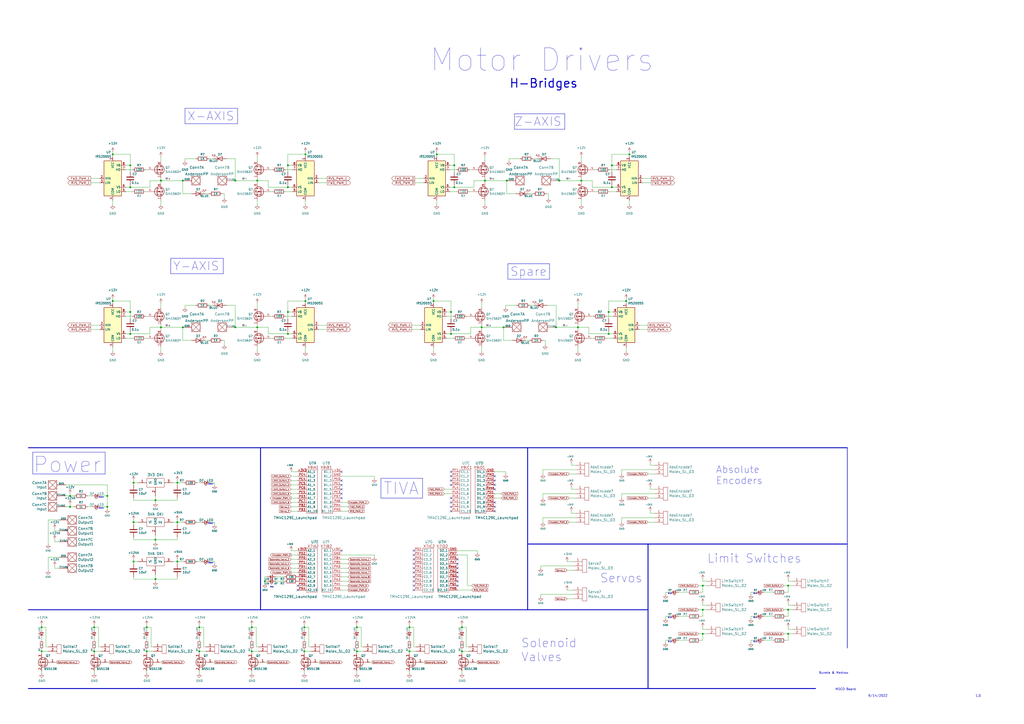
<source format=kicad_sch>
(kicad_sch (version 20211123) (generator eeschema)
  (paper "A2")
  (lib_symbols
    (symbol "Device:C" (pin_numbers hide) (pin_names (offset 0.254))
      (property "Reference" "C" (at 0.635 2.54 0))
      (property "Value" "C" (at 0.635 -2.54 0))
      (symbol "C_1_1"
        (pin passive line (at 0 3.81 270) (length 2.794) (name "~") (number "1"))
        (pin passive line (at 0 -3.81 90) (length 2.794) (name "~") (number "2"))
      )
    )
    (symbol "Device:LED" (pin_numbers hide) (pin_names (offset 1.016) hide)
      (property "Reference" "D" (at 0 2.54 0))
      (property "Value" "LED" (at 0 -2.54 0))
      (symbol "LED_1_1"
        (pin passive line (at -3.81 0 0) (length 2.54) (name "K") (number "1"))
        (pin passive line (at 3.81 0 180) (length 2.54) (name "A") (number "2"))
      )
    )
    (symbol "Device:LED_Small" (pin_numbers hide) (pin_names (offset 0.254) hide)
      (property "Reference" "D" (at -1.27 3.175 0))
      (property "Value" "LED_Small" (at -4.445 -2.54 0))
      (symbol "LED_Small_1_1"
        (pin passive line (at -2.54 0 0) (length 1.778) (name "K") (number "1"))
        (pin passive line (at 2.54 0 180) (length 1.778) (name "A") (number "2"))
      )
    )
    (symbol "Device:R" (pin_numbers hide) (pin_names (offset 0))
      (property "Reference" "R" (at 2.032 0 90))
      (property "Value" "R" (at 0 0 90))
      (symbol "R_1_1"
        (pin passive line (at 0 3.81 270) (length 1.27) (name "~") (number "1"))
        (pin passive line (at 0 -3.81 90) (length 1.27) (name "~") (number "2"))
      )
    )
    (symbol "Device:R_Small" (pin_numbers hide) (pin_names (offset 0.254) hide)
      (property "Reference" "R" (at 0.762 0.508 0))
      (property "Value" "R_Small" (at 0.762 -1.016 0))
      (symbol "R_Small_1_1"
        (pin passive line (at 0 2.54 270) (length 0.762) (name "~") (number "1"))
        (pin passive line (at 0 -2.54 90) (length 0.762) (name "~") (number "2"))
      )
    )
    (symbol "Driver_FET:IRS2005S"
      (property "Reference" "U" (at 1.27 13.335 0))
      (property "Value" "IRS2005S" (at 1.27 11.43 0))
      (symbol "IRS2005S_1_1"
        (pin power_in line (at 0 12.7 270) (length 2.54) (name "VCC") (number "1"))
        (pin input line (at -7.62 0 0) (length 2.54) (name "HIN") (number "2"))
        (pin input line (at -7.62 -2.54 0) (length 2.54) (name "LIN") (number "3"))
        (pin power_in line (at 0 -12.7 90) (length 2.54) (name "COM") (number "4"))
        (pin output line (at 7.62 -7.62 180) (length 2.54) (name "LO") (number "5"))
        (pin passive line (at 7.62 -5.08 180) (length 2.54) (name "VS") (number "6"))
        (pin output line (at 7.62 5.08 180) (length 2.54) (name "HO") (number "7"))
        (pin passive line (at 7.62 7.62 180) (length 2.54) (name "VB") (number "8"))
      )
    )
    (symbol "MRDT_Connectors:AndersonPP" (pin_numbers hide) (pin_names (offset 0))
      (property "Reference" "Conn" (at 3.81 -1.27 0))
      (property "Value" "AndersonPP" (at 2.54 6.35 0))
      (symbol "AndersonPP_1_1"
        (pin input line (at 10.16 2.54 180) (length 5.08) (name "GND") (number "1"))
      )
      (symbol "AndersonPP_2_1"
        (pin input line (at 10.16 2.54 180) (length 5.08) (name "V+Log") (number "2"))
      )
      (symbol "AndersonPP_3_1"
        (pin input line (at 10.16 2.54 180) (length 5.08) (name "V+Act") (number "3"))
      )
      (symbol "AndersonPP_4_1"
        (pin input line (at 10.16 2.54 180) (length 5.08) (name "PV+") (number "4"))
      )
      (symbol "AndersonPP_5_1"
        (pin input line (at 10.16 2.54 180) (length 5.08) (name "~") (number "1"))
      )
    )
    (symbol "MRDT_Connectors:Molex_SL_02" (pin_names (offset 1.016))
      (property "Reference" "Conn" (at 3.81 -1.27 0))
      (property "Value" "Molex_SL_02" (at 1.27 6.35 0))
      (symbol "Molex_SL_02_1_1"
        (pin input line (at -5.08 3.81 0) (length 5.08) (name "~") (number "1"))
        (pin input line (at -5.08 1.27 0) (length 5.08) (name "~") (number "2"))
      )
    )
    (symbol "MRDT_Connectors:Molex_SL_03" (pin_names (offset 1.016))
      (property "Reference" "Conn" (at 3.81 -1.27 0))
      (property "Value" "Molex_SL_03" (at 1.27 8.89 0))
      (symbol "Molex_SL_03_1_1"
        (pin input line (at -5.08 6.35 0) (length 5.08) (name "~") (number "1"))
        (pin input line (at -5.08 3.81 0) (length 5.08) (name "~") (number "2"))
        (pin input line (at -5.08 1.27 0) (length 5.08) (name "~") (number "3"))
      )
    )
    (symbol "MRDT_Devices:OKI" (pin_names (offset 1.016))
      (property "Value" "OKI" (at 5.08 6.35 0))
      (symbol "OKI_1_1"
        (pin input line (at -5.08 2.54 0) (length 5.08) (name "Vi") (number "1"))
        (pin output line (at 5.08 -5.08 90) (length 5.08) (name "GND") (number "2"))
        (pin output line (at 15.24 2.54 180) (length 5.08) (name "Vo") (number "3"))
      )
    )
    (symbol "MRDT_Shields:TM4C129E_Launchpad"
      (property "Reference" "U" (at 2.54 -1.27 0))
      (property "Value" "TM4C129E_Launchpad" (at 2.54 29.21 0))
      (symbol "TM4C129E_Launchpad_1_0"
        (text "X9:A1" (at 3.81 26.67 0) (effects (font (size 1.524 1.524))))
      )
      (symbol "TM4C129E_Launchpad_1_1"
        (pin input line (at -5.08 24.13 0) (length 5.08) (name "A1_1") (number "+3V3"))
        (pin input line (at -5.08 3.81 0) (length 5.08) (name "A1_9") (number "PB2"))
        (pin input line (at -5.08 1.27 0) (length 5.08) (name "A1_10") (number "PB3"))
        (pin input line (at -5.08 19.05 0) (length 5.08) (name "A1_3") (number "PC4"))
        (pin input line (at -5.08 16.51 0) (length 5.08) (name "A1_4") (number "PC5"))
        (pin input line (at -5.08 13.97 0) (length 5.08) (name "A1_5") (number "PC6"))
        (pin input line (at -5.08 6.35 0) (length 5.08) (name "A1_8") (number "PC7"))
        (pin input line (at -5.08 8.89 0) (length 5.08) (name "A1_7") (number "PD3"))
        (pin input line (at -5.08 21.59 0) (length 5.08) (name "A1_2") (number "PE4"))
        (pin input line (at -5.08 11.43 0) (length 5.08) (name "A1_6") (number "PE5"))
      )
      (symbol "TM4C129E_Launchpad_2_0"
        (text "X9:B1" (at 3.81 26.67 0) (effects (font (size 1.524 1.524))))
      )
      (symbol "TM4C129E_Launchpad_2_1"
        (pin input line (at -5.08 24.13 0) (length 5.08) (name "B1_1") (number "+5V"))
        (pin input line (at -5.08 21.59 0) (length 5.08) (name "B1_2") (number "GND"))
        (pin input line (at -5.08 6.35 0) (length 5.08) (name "B1_8") (number "PA6"))
        (pin input line (at -5.08 8.89 0) (length 5.08) (name "B1_7") (number "PD7"))
        (pin input line (at -5.08 19.05 0) (length 5.08) (name "B1_3") (number "PE0"))
        (pin input line (at -5.08 16.51 0) (length 5.08) (name "B1_4") (number "PE1"))
        (pin input line (at -5.08 13.97 0) (length 5.08) (name "B1_5") (number "PE2"))
        (pin input line (at -5.08 11.43 0) (length 5.08) (name "B1_6") (number "PE3"))
        (pin input line (at -5.08 3.81 0) (length 5.08) (name "B1_9") (number "PM4"))
        (pin input line (at -5.08 1.27 0) (length 5.08) (name "B1_10") (number "PM5"))
      )
      (symbol "TM4C129E_Launchpad_3_0"
        (text "X9:C1" (at 3.81 26.67 0) (effects (font (size 1.524 1.524))))
      )
      (symbol "TM4C129E_Launchpad_3_1"
        (pin input line (at -5.08 24.13 0) (length 5.08) (name "C1_1") (number "PF1"))
        (pin input line (at -5.08 21.59 0) (length 5.08) (name "C1_2") (number "PF2"))
        (pin input line (at -5.08 19.05 0) (length 5.08) (name "C1_3") (number "PF3"))
        (pin input line (at -5.08 16.51 0) (length 5.08) (name "C1_4") (number "PG0"))
        (pin input line (at -5.08 8.89 0) (length 5.08) (name "C1_7") (number "PL0"))
        (pin input line (at -5.08 6.35 0) (length 5.08) (name "C1_8") (number "PL1"))
        (pin input line (at -5.08 3.81 0) (length 5.08) (name "C1_9") (number "PL2"))
        (pin input line (at -5.08 1.27 0) (length 5.08) (name "C1_10") (number "PL3"))
        (pin input line (at -5.08 13.97 0) (length 5.08) (name "C1_5") (number "PL4"))
        (pin input line (at -5.08 11.43 0) (length 5.08) (name "C1_6") (number "PL5"))
      )
      (symbol "TM4C129E_Launchpad_4_0"
        (text "X9:D1" (at 3.81 26.67 0) (effects (font (size 1.524 1.524))))
      )
      (symbol "TM4C129E_Launchpad_4_1"
        (pin input line (at -5.08 24.13 0) (length 5.08) (name "D1_1") (number "GND"))
        (pin input line (at -5.08 8.89 0) (length 5.08) (name "D1_7") (number "PD0"))
        (pin input line (at -5.08 11.43 0) (length 5.08) (name "D1_6") (number "PD1"))
        (pin input line (at -5.08 19.05 0) (length 5.08) (name "D1_3") (number "PH2"))
        (pin input line (at -5.08 16.51 0) (length 5.08) (name "D1_4") (number "PH3"))
        (pin input line (at -5.08 21.59 0) (length 5.08) (name "D1_2") (number "PM3"))
        (pin input line (at -5.08 6.35 0) (length 5.08) (name "D1_8") (number "PN2"))
        (pin input line (at -5.08 3.81 0) (length 5.08) (name "D1_9") (number "PN3"))
        (pin input line (at -5.08 1.27 0) (length 5.08) (name "D1_10") (number "PP2"))
        (pin input line (at -5.08 13.97 0) (length 5.08) (name "D1_5") (number "Rese"))
      )
      (symbol "TM4C129E_Launchpad_5_0"
        (text "X7:A2" (at 3.81 26.67 0) (effects (font (size 1.524 1.524))))
      )
      (symbol "TM4C129E_Launchpad_5_1"
        (pin input line (at -5.08 24.13 0) (length 5.08) (name "A2_1") (number "+3V3'"))
        (pin input line (at -5.08 21.59 0) (length 5.08) (name "A2_2") (number "PD2"))
        (pin input line (at -5.08 13.97 0) (length 5.08) (name "A2_5") (number "PD4"))
        (pin input line (at -5.08 11.43 0) (length 5.08) (name "A2_6") (number "PD5"))
        (pin input line (at -5.08 1.27 0) (length 5.08) (name "A2_10") (number "PN4"))
        (pin input line (at -5.08 3.81 0) (length 5.08) (name "A2_9") (number "PN5"))
        (pin input line (at -5.08 19.05 0) (length 5.08) (name "A2_3") (number "PP0"))
        (pin input line (at -5.08 16.51 0) (length 5.08) (name "A2_4") (number "PP1"))
        (pin input line (at -5.08 6.35 0) (length 5.08) (name "A2_8") (number "PP4"))
        (pin input line (at -5.08 8.89 0) (length 5.08) (name "A2_7") (number "PQ0"))
      )
      (symbol "TM4C129E_Launchpad_6_0"
        (text "X7:B2" (at 3.81 26.67 0) (effects (font (size 1.524 1.524))))
      )
      (symbol "TM4C129E_Launchpad_6_1"
        (pin input line (at -5.08 24.13 0) (length 5.08) (name "B2_1") (number "+5V'"))
        (pin input line (at -5.08 21.59 0) (length 5.08) (name "B2_2") (number "GND"))
        (pin input line (at -5.08 3.81 0) (length 5.08) (name "B2_9") (number "PA4"))
        (pin input line (at -5.08 1.27 0) (length 5.08) (name "B2_10") (number "PA5"))
        (pin input line (at -5.08 19.05 0) (length 5.08) (name "B2_3") (number "PB4"))
        (pin input line (at -5.08 16.51 0) (length 5.08) (name "B2_4") (number "PB5"))
        (pin input line (at -5.08 13.97 0) (length 5.08) (name "B2_5") (number "PK0"))
        (pin input line (at -5.08 11.43 0) (length 5.08) (name "B2_6") (number "PK1"))
        (pin input line (at -5.08 8.89 0) (length 5.08) (name "B2_7") (number "PK2"))
        (pin input line (at -5.08 6.35 0) (length 5.08) (name "B2_8") (number "PK3"))
      )
      (symbol "TM4C129E_Launchpad_7_0"
        (text "X7:C2" (at 3.81 26.67 0) (effects (font (size 1.524 1.524))))
      )
      (symbol "TM4C129E_Launchpad_7_1"
        (pin input line (at -5.08 24.13 0) (length 5.08) (name "C2_1") (number "PG1"))
        (pin input line (at -5.08 8.89 0) (length 5.08) (name "C2_7") (number "PH0"))
        (pin input line (at -5.08 6.35 0) (length 5.08) (name "C2_8") (number "PH1"))
        (pin input line (at -5.08 21.59 0) (length 5.08) (name "C2_2") (number "PK4"))
        (pin input line (at -5.08 19.05 0) (length 5.08) (name "C2_3") (number "PK5"))
        (pin input line (at -5.08 3.81 0) (length 5.08) (name "C2_9") (number "PK6"))
        (pin input line (at -5.08 1.27 0) (length 5.08) (name "C2_10") (number "PK7"))
        (pin input line (at -5.08 16.51 0) (length 5.08) (name "C2_4") (number "PM0"))
        (pin input line (at -5.08 13.97 0) (length 5.08) (name "C2_5") (number "PM1"))
        (pin input line (at -5.08 11.43 0) (length 5.08) (name "C2_6") (number "PM2"))
      )
      (symbol "TM4C129E_Launchpad_8_0"
        (text "X7:D2" (at 3.81 26.67 0) (effects (font (size 1.524 1.524))))
      )
      (symbol "TM4C129E_Launchpad_8_1"
        (pin input line (at -5.08 24.13 0) (length 5.08) (name "D2_1") (number "GND"))
        (pin input line (at -5.08 16.51 0) (length 5.08) (name "D2_4") (number "PA7"))
        (pin input line (at -5.08 1.27 0) (length 5.08) (name "D2_10") (number "PM6"))
        (pin input line (at -5.08 21.59 0) (length 5.08) (name "D2_2") (number "PM7"))
        (pin input line (at -5.08 6.35 0) (length 5.08) (name "D2_8") (number "PP3"))
        (pin input line (at -5.08 19.05 0) (length 5.08) (name "D2_3") (number "PP5"))
        (pin input line (at -5.08 3.81 0) (length 5.08) (name "D2_9") (number "PQ1"))
        (pin input line (at -5.08 11.43 0) (length 5.08) (name "D2_6") (number "PQ2"))
        (pin input line (at -5.08 8.89 0) (length 5.08) (name "D2_7") (number "PQ3"))
        (pin input line (at -5.08 13.97 0) (length 5.08) (name "D2_5") (number "Rese'"))
      )
    )
    (symbol "ScienceMotorController-rescue:+3.3V-power" (power) (pin_names (offset 0))
      (property "Value" "+3.3V-power" (at 0 3.556 0))
      (symbol "+3.3V-power_1_1"
        (pin power_in line (at 0 0 90) (length 0) hide (name "+3V3") (number "1"))
      )
    )
    (symbol "Transistor_FET:BSS138" (pin_names hide)
      (property "Reference" "Q" (at 5.08 1.905 0))
      (property "Value" "BSS138" (at 5.08 0 0))
      (symbol "BSS138_1_1"
        (pin input line (at -5.08 0 0) (length 2.54) (name "G") (number "1"))
        (pin passive line (at 2.54 -5.08 90) (length 2.54) (name "S") (number "2"))
        (pin passive line (at 2.54 5.08 270) (length 2.54) (name "D") (number "3"))
      )
    )
    (symbol "Transistor_FET:FDS2734" (pin_names hide)
      (property "Reference" "Q" (at 5.08 2.54 0))
      (property "Value" "FDS2734" (at 5.08 0 0))
      (symbol "FDS2734_1_1"
        (pin passive line (at 2.54 -5.08 90) (length 2.54) (name "S") (number "1"))
        (pin passive line (at 2.54 -5.08 90) (length 2.54) hide (name "S") (number "2"))
        (pin passive line (at 2.54 -5.08 90) (length 2.54) hide (name "S") (number "3"))
        (pin input line (at -5.08 0 0) (length 2.54) (name "G") (number "4"))
        (pin passive line (at 2.54 5.08 270) (length 2.54) hide (name "D") (number "5"))
        (pin passive line (at 2.54 5.08 270) (length 2.54) hide (name "D") (number "6"))
        (pin passive line (at 2.54 5.08 270) (length 2.54) hide (name "D") (number "7"))
        (pin passive line (at 2.54 5.08 270) (length 2.54) (name "D") (number "8"))
      )
    )
    (symbol "power:+12V" (power) (pin_names (offset 0))
      (property "Value" "+12V" (at 0 3.556 0))
      (symbol "+12V_1_1"
        (pin power_in line (at 0 0 90) (length 0) hide (name "+12V") (number "1"))
      )
    )
    (symbol "power:+12VA" (power) (pin_names (offset 0))
      (property "Value" "+12VA" (at 0 3.556 0))
      (symbol "+12VA_1_1"
        (pin power_in line (at 0 0 90) (length 0) hide (name "+12VA") (number "1"))
      )
    )
    (symbol "power:+5VA" (power) (pin_names (offset 0))
      (property "Value" "+5VA" (at 0 3.556 0))
      (symbol "+5VA_1_1"
        (pin power_in line (at 0 0 90) (length 0) hide (name "+5VA") (number "1"))
      )
    )
    (symbol "power:GND" (power) (pin_names (offset 0))
      (property "Value" "GND" (at 0 -3.81 0))
      (symbol "GND_1_1"
        (pin power_in line (at 0 0 270) (length 0) hide (name "GND") (number "1"))
      )
    )
  )
  (junction (at 62.23 294.005))
  (junction (at 267.97 363.855))
  (junction (at 176.53 363.855))
  (junction (at 90.17 313.055))
  (junction (at 353.06 193.675))
  (junction (at 85.09 363.855))
  (junction (at 167.005 180.975))
  (junction (at 77.47 302.895))
  (junction (at 324.485 104.775))
  (junction (at 253.365 89.535))
  (junction (at 90.17 335.915))
  (junction (at 457.2 339.725))
  (junction (at 115.57 377.825))
  (junction (at 281.305 104.775))
  (junction (at 337.185 104.775))
  (junction (at 167.005 95.885))
  (junction (at 407.67 367.665))
  (junction (at 176.53 377.825))
  (junction (at 75.565 108.585))
  (junction (at 93.345 104.775))
  (junction (at 251.46 174.625))
  (junction (at 354.965 108.585))
  (junction (at 54.61 377.825))
  (junction (at 365.125 89.535))
  (junction (at 146.05 363.855))
  (junction (at 167.005 108.585))
  (junction (at 279.4 189.865))
  (junction (at 294.005 104.775))
  (junction (at 136.525 104.775))
  (junction (at 457.2 353.695))
  (junction (at 261.62 193.675))
  (junction (at 153.67 337.185))
  (junction (at 77.47 325.755))
  (junction (at 106.045 189.865))
  (junction (at 102.87 302.895))
  (junction (at 75.565 180.975))
  (junction (at 24.13 377.825))
  (junction (at 149.225 189.865))
  (junction (at 354.965 95.885))
  (junction (at 407.67 339.725))
  (junction (at 237.49 363.855))
  (junction (at 335.28 189.865))
  (junction (at 40.64 294.005))
  (junction (at 75.565 95.885))
  (junction (at 292.1 189.865))
  (junction (at 102.87 325.755))
  (junction (at 62.23 287.655))
  (junction (at 207.01 377.825))
  (junction (at 136.525 189.865))
  (junction (at 85.09 377.825))
  (junction (at 24.13 363.855))
  (junction (at 353.06 180.975))
  (junction (at 40.64 287.655))
  (junction (at 457.2 367.665))
  (junction (at 237.49 377.825))
  (junction (at 65.405 89.535))
  (junction (at 102.87 280.035))
  (junction (at 90.17 290.195))
  (junction (at 177.165 174.625))
  (junction (at 65.405 174.625))
  (junction (at 93.345 189.865))
  (junction (at 75.565 193.675))
  (junction (at 263.525 95.885))
  (junction (at 115.57 363.855))
  (junction (at 106.045 104.775))
  (junction (at 77.47 280.035))
  (junction (at 149.225 104.775))
  (junction (at 54.61 363.855))
  (junction (at 407.67 353.695))
  (junction (at 363.22 174.625))
  (junction (at 167.005 193.675))
  (junction (at 322.58 189.865))
  (junction (at 207.01 363.855))
  (junction (at 267.97 377.825))
  (junction (at 146.05 377.825))
  (junction (at 177.165 89.535))
  (junction (at 263.525 108.585))
  (junction (at 261.62 180.975))
  (no_connect (at 287.02 276.225))
  (no_connect (at 261.62 273.685))
  (no_connect (at 240.03 342.265))
  (no_connect (at 261.62 291.465))
  (no_connect (at 265.43 337.185))
  (no_connect (at 240.03 332.105))
  (no_connect (at 240.03 339.725))
  (no_connect (at 198.12 278.765))
  (no_connect (at 261.62 288.925))
  (no_connect (at 261.62 278.765))
  (no_connect (at 198.12 319.405))
  (no_connect (at 287.02 283.845))
  (no_connect (at 240.03 334.645))
  (no_connect (at 240.03 337.185))
  (no_connect (at 261.62 281.305))
  (no_connect (at 172.72 339.725))
  (no_connect (at 287.02 296.545))
  (no_connect (at 240.03 329.565))
  (no_connect (at 265.43 327.025))
  (no_connect (at 287.02 281.305))
  (no_connect (at 265.43 329.565))
  (no_connect (at 287.02 291.465))
  (no_connect (at 265.43 332.105))
  (no_connect (at 198.12 283.845))
  (no_connect (at 198.12 288.925))
  (no_connect (at 198.12 273.685))
  (no_connect (at 265.43 339.725))
  (no_connect (at 261.62 294.005))
  (no_connect (at 261.62 276.225))
  (no_connect (at 265.43 334.645))
  (no_connect (at 287.02 278.765))
  (no_connect (at 198.12 286.385))
  (no_connect (at 172.72 342.265))
  (no_connect (at 240.03 324.485))
  (no_connect (at 287.02 294.005))
  (no_connect (at 240.03 321.945))
  (no_connect (at 198.12 281.305))
  (no_connect (at 261.62 296.545))
  (no_connect (at 240.03 319.405))
  (no_connect (at 265.43 324.485))
  (no_connect (at 240.03 327.025))
  (wire (pts (xy 435.61 343.535) (xy 435.61 344.805)))
  (wire (pts (xy 405.13 339.725) (xy 407.67 339.725)))
  (wire (pts (xy 435.61 371.475) (xy 435.61 372.745)))
  (wire (pts (xy 372.745 103.505) (xy 377.825 103.505)))
  (wire (pts (xy 457.2 351.155) (xy 457.2 349.885)))
  (wire (pts (xy 240.665 106.045) (xy 245.745 106.045)))
  (wire (pts (xy 153.67 334.645) (xy 153.67 337.185)))
  (wire (pts (xy 62.23 281.305) (xy 62.23 287.655)))
  (wire (pts (xy 176.53 377.825) (xy 180.34 377.825)))
  (wire (pts (xy 271.145 339.725) (xy 273.685 339.725)))
  (wire (pts (xy 253.365 88.265) (xy 253.365 89.535)))
  (wire (pts (xy 124.46 325.755) (xy 124.46 327.025)))
  (wire (pts (xy 328.93 325.755) (xy 332.74 325.755)))
  (wire (pts (xy 260.985 95.885) (xy 263.525 95.885)))
  (wire (pts (xy 62.23 294.005) (xy 62.23 295.275)))
  (wire (pts (xy 111.125 112.395) (xy 106.045 112.395)))
  (wire (pts (xy 279.4 188.595) (xy 279.4 189.865)))
  (wire (pts (xy 281.305 116.205) (xy 281.305 118.745)))
  (wire (pts (xy 58.42 287.655) (xy 62.23 287.655)))
  (wire (pts (xy 240.03 363.855) (xy 240.03 375.285)))
  (wire (pts (xy 314.96 272.415) (xy 334.01 272.415)))
  (wire (pts (xy 102.87 327.025) (xy 102.87 325.755)))
  (wire (pts (xy 52.705 188.595) (xy 57.785 188.595)))
  (wire (pts (xy 330.2 274.955) (xy 334.01 274.955)))
  (wire (pts (xy 435.61 357.505) (xy 435.61 358.775)))
  (wire (pts (xy 118.11 363.855) (xy 118.11 375.285)))
  (wire (pts (xy 65.405 116.205) (xy 65.405 118.745)))
  (wire (pts (xy 172.72 283.845) (xy 168.91 283.845)))
  (wire (pts (xy 75.565 95.885) (xy 75.565 89.535)))
  (wire (pts (xy 73.025 193.675) (xy 75.565 193.675)))
  (wire (pts (xy 388.62 343.535) (xy 386.08 343.535)))
  (wire (pts (xy 84.455 111.125) (xy 85.725 111.125)))
  (wire (pts (xy 292.1 197.485) (xy 292.1 189.865)))
  (wire (pts (xy 115.57 376.555) (xy 115.57 377.825)))
  (wire (pts (xy 102.87 302.895) (xy 106.68 302.895)))
  (wire (pts (xy 365.125 88.265) (xy 365.125 89.535)))
  (wire (pts (xy 198.12 337.185) (xy 201.93 337.185)))
  (polyline (pts (xy 245.11 277.495) (xy 245.11 288.925)) (stroke (width 0.2032) (type solid)))
  (wire (pts (xy 316.865 112.395) (xy 318.135 112.395)))
  (wire (pts (xy 77.47 302.895) (xy 77.47 301.625)))
  (wire (pts (xy 363.22 174.625) (xy 363.22 175.895)))
  (wire (pts (xy 393.7 371.475) (xy 398.78 371.475)))
  (wire (pts (xy 443.23 343.535) (xy 448.31 343.535)))
  (polyline (pts (xy 375.92 353.695) (xy 16.51 353.695)) (stroke (width 0.508) (type solid)))
  (wire (pts (xy 201.93 324.485) (xy 198.12 324.485)))
  (wire (pts (xy 154.94 384.175) (xy 153.67 384.175)))
  (wire (pts (xy 201.93 327.025) (xy 198.12 327.025)))
  (wire (pts (xy 176.53 363.855) (xy 179.07 363.855)))
  (wire (pts (xy 209.55 363.855) (xy 209.55 375.285)))
  (wire (pts (xy 237.49 370.205) (xy 237.49 371.475)))
  (wire (pts (xy 261.62 192.405) (xy 261.62 193.675)))
  (wire (pts (xy 168.91 294.005) (xy 172.72 294.005)))
  (wire (pts (xy 107.315 92.075) (xy 107.315 93.345)))
  (wire (pts (xy 52.705 103.505) (xy 57.785 103.505)))
  (wire (pts (xy 314.96 197.485) (xy 316.23 197.485)))
  (wire (pts (xy 335.28 175.895) (xy 335.28 178.435)))
  (wire (pts (xy 136.525 92.075) (xy 136.525 104.775)))
  (wire (pts (xy 253.365 116.205) (xy 253.365 118.745)))
  (wire (pts (xy 102.87 290.195) (xy 102.87 288.925)))
  (wire (pts (xy 331.47 268.605) (xy 331.47 269.875)))
  (wire (pts (xy 184.785 191.135) (xy 189.865 191.135)))
  (wire (pts (xy 102.87 335.915) (xy 90.17 335.915)))
  (wire (pts (xy 118.11 375.285) (xy 119.38 375.285)))
  (wire (pts (xy 267.97 389.255) (xy 267.97 390.525)))
  (polyline (pts (xy 298.45 66.04) (xy 298.45 74.93)) (stroke (width 0.2032) (type solid)))
  (polyline (pts (xy 151.13 259.715) (xy 151.13 353.695)) (stroke (width 0.508) (type solid)))
  (wire (pts (xy 273.05 193.675) (xy 273.05 189.865)))
  (wire (pts (xy 102.87 324.485) (xy 102.87 325.755)))
  (polyline (pts (xy 318.77 161.925) (xy 318.77 153.035)) (stroke (width 0.2032) (type solid)))
  (wire (pts (xy 58.42 294.005) (xy 62.23 294.005)))
  (wire (pts (xy 407.67 343.535) (xy 407.67 339.725)))
  (wire (pts (xy 457.2 339.725) (xy 459.74 339.725)))
  (wire (pts (xy 207.01 363.855) (xy 209.55 363.855)))
  (wire (pts (xy 457.2 357.505) (xy 457.2 353.695)))
  (polyline (pts (xy 19.05 262.255) (xy 60.96 262.255)) (stroke (width 0.2032) (type solid)))
  (wire (pts (xy 77.47 325.755) (xy 80.01 325.755)))
  (wire (pts (xy 406.4 343.535) (xy 407.67 343.535)))
  (wire (pts (xy 167.005 107.315) (xy 167.005 108.585)))
  (wire (pts (xy 54.61 362.585) (xy 54.61 363.855)))
  (polyline (pts (xy 327.66 74.93) (xy 327.66 66.04)) (stroke (width 0.2032) (type solid)))
  (wire (pts (xy 438.15 343.535) (xy 435.61 343.535)))
  (wire (pts (xy 316.23 197.485) (xy 316.23 200.025)))
  (wire (pts (xy 148.59 375.285) (xy 149.86 375.285)))
  (wire (pts (xy 297.18 197.485) (xy 292.1 197.485)))
  (wire (pts (xy 149.225 116.205) (xy 149.225 118.745)))
  (wire (pts (xy 331.47 282.575) (xy 331.47 283.845)))
  (wire (pts (xy 106.045 197.485) (xy 106.045 189.865)))
  (wire (pts (xy 335.28 201.295) (xy 335.28 203.835)))
  (wire (pts (xy 90.17 337.185) (xy 90.17 335.915)))
  (wire (pts (xy 165.1 334.645) (xy 160.02 334.645)))
  (wire (pts (xy 52.705 191.135) (xy 57.785 191.135)))
  (wire (pts (xy 172.72 291.465) (xy 168.91 291.465)))
  (wire (pts (xy 240.665 103.505) (xy 245.745 103.505)))
  (wire (pts (xy 201.93 291.465) (xy 198.12 291.465)))
  (wire (pts (xy 24.13 363.855) (xy 24.13 365.125)))
  (wire (pts (xy 73.025 196.215) (xy 76.835 196.215)))
  (wire (pts (xy 276.86 384.175) (xy 275.59 384.175)))
  (wire (pts (xy 149.225 90.805) (xy 149.225 93.345)))
  (wire (pts (xy 270.51 196.215) (xy 271.78 196.215)))
  (polyline (pts (xy 220.98 277.495) (xy 245.11 277.495)) (stroke (width 0.2032) (type solid)))
  (wire (pts (xy 146.05 389.255) (xy 146.05 390.525)))
  (wire (pts (xy 344.805 111.125) (xy 346.075 111.125)))
  (wire (pts (xy 54.61 377.825) (xy 58.42 377.825)))
  (wire (pts (xy 115.57 377.825) (xy 115.57 379.095)))
  (wire (pts (xy 93.345 103.505) (xy 93.345 104.775)))
  (wire (pts (xy 265.43 342.265) (xy 273.685 342.265)))
  (wire (pts (xy 24.13 370.205) (xy 24.13 371.475)))
  (wire (pts (xy 273.05 189.865) (xy 279.4 189.865)))
  (wire (pts (xy 314.96 286.385) (xy 334.01 286.385)))
  (wire (pts (xy 75.565 193.675) (xy 86.995 193.675)))
  (wire (pts (xy 136.525 177.165) (xy 136.525 189.865)))
  (wire (pts (xy 40.64 294.005) (xy 40.64 292.735)))
  (wire (pts (xy 357.505 95.885) (xy 354.965 95.885)))
  (bus (pts (xy 491.49 259.715) (xy 491.49 375.92)) (stroke (width 0) (color 0 0 194 1)))
  (wire (pts (xy 353.06 193.675) (xy 341.63 193.675)))
  (wire (pts (xy 102.87 325.755) (xy 106.68 325.755)))
  (wire (pts (xy 281.305 90.805) (xy 281.305 93.345)))
  (wire (pts (xy 176.53 363.855) (xy 176.53 365.125)))
  (wire (pts (xy 77.47 280.035) (xy 77.47 278.765)))
  (wire (pts (xy 177.165 116.205) (xy 177.165 118.745)))
  (wire (pts (xy 251.46 174.625) (xy 251.46 175.895)))
  (wire (pts (xy 363.22 173.355) (xy 363.22 174.625)))
  (wire (pts (xy 75.565 108.585) (xy 86.995 108.585)))
  (wire (pts (xy 267.97 376.555) (xy 267.97 377.825)))
  (wire (pts (xy 386.08 371.475) (xy 386.08 372.745)))
  (wire (pts (xy 100.33 280.035) (xy 102.87 280.035)))
  (wire (pts (xy 267.97 363.855) (xy 270.51 363.855)))
  (wire (pts (xy 260.985 98.425) (xy 264.795 98.425)))
  (wire (pts (xy 459.74 337.185) (xy 457.2 337.185)))
  (wire (pts (xy 165.735 183.515) (xy 169.545 183.515)))
  (wire (pts (xy 375.92 274.955) (xy 379.73 274.955)))
  (wire (pts (xy 295.275 92.075) (xy 295.275 93.345)))
  (wire (pts (xy 407.67 339.725) (xy 410.21 339.725)))
  (wire (pts (xy 43.18 294.005) (xy 40.64 294.005)))
  (wire (pts (xy 177.165 174.625) (xy 177.165 175.895)))
  (wire (pts (xy 156.845 111.125) (xy 158.115 111.125)))
  (polyline (pts (xy 298.45 66.04) (xy 327.66 66.04)) (stroke (width 0.2032) (type solid)))
  (wire (pts (xy 207.01 376.555) (xy 207.01 377.825)))
  (polyline (pts (xy 129.54 149.86) (xy 99.06 149.86)) (stroke (width 0.2032) (type solid)))
  (wire (pts (xy 198.12 339.725) (xy 201.93 339.725)))
  (wire (pts (xy 156.845 183.515) (xy 158.115 183.515)))
  (wire (pts (xy 237.49 377.825) (xy 237.49 379.095)))
  (wire (pts (xy 405.13 353.695) (xy 407.67 353.695)))
  (wire (pts (xy 115.57 362.585) (xy 115.57 363.855)))
  (wire (pts (xy 93.345 104.775) (xy 93.345 106.045)))
  (wire (pts (xy 217.17 321.945) (xy 217.17 323.215)))
  (wire (pts (xy 31.75 329.565) (xy 31.75 328.295)))
  (wire (pts (xy 293.37 177.165) (xy 293.37 178.435)))
  (polyline (pts (xy 107.315 62.865) (xy 107.315 71.755)) (stroke (width 0.2032) (type solid)))
  (wire (pts (xy 328.93 347.345) (xy 332.74 347.345)))
  (wire (pts (xy 40.64 287.655) (xy 43.18 287.655)))
  (polyline (pts (xy 318.77 161.925) (xy 294.64 161.925)) (stroke (width 0.2032) (type solid)))
  (wire (pts (xy 149.225 188.595) (xy 149.225 189.865)))
  (wire (pts (xy 344.805 98.425) (xy 346.075 98.425)))
  (wire (pts (xy 240.03 375.285) (xy 241.3 375.285)))
  (wire (pts (xy 167.005 89.535) (xy 177.165 89.535)))
  (wire (pts (xy 184.785 106.045) (xy 189.865 106.045)))
  (wire (pts (xy 354.965 107.315) (xy 354.965 108.585)))
  (wire (pts (xy 52.705 106.045) (xy 57.785 106.045)))
  (wire (pts (xy 77.47 335.915) (xy 77.47 334.645)))
  (wire (pts (xy 259.08 183.515) (xy 262.89 183.515)))
  (wire (pts (xy 118.745 112.395) (xy 121.285 112.395)))
  (wire (pts (xy 267.97 377.825) (xy 271.78 377.825)))
  (wire (pts (xy 455.93 371.475) (xy 457.2 371.475)))
  (wire (pts (xy 65.405 89.535) (xy 65.405 90.805)))
  (wire (pts (xy 331.47 297.815) (xy 334.01 297.815)))
  (polyline (pts (xy 220.98 288.925) (xy 220.98 277.495)) (stroke (width 0.2032) (type solid)))
  (wire (pts (xy 90.17 290.195) (xy 90.17 287.655)))
  (wire (pts (xy 172.72 329.565) (xy 168.91 329.565)))
  (polyline (pts (xy 245.11 288.925) (xy 220.98 288.925)) (stroke (width 0.2032) (type solid)))
  (wire (pts (xy 77.47 290.195) (xy 90.17 290.195)))
  (wire (pts (xy 198.12 334.645) (xy 201.93 334.645)))
  (wire (pts (xy 146.05 377.825) (xy 149.86 377.825)))
  (wire (pts (xy 257.81 286.385) (xy 261.62 286.385)))
  (wire (pts (xy 75.565 174.625) (xy 65.405 174.625)))
  (wire (pts (xy 261.62 180.975) (xy 261.62 184.785)))
  (wire (pts (xy 107.315 177.165) (xy 107.315 178.435)))
  (wire (pts (xy 270.51 183.515) (xy 271.78 183.515)))
  (wire (pts (xy 281.305 104.775) (xy 281.305 106.045)))
  (wire (pts (xy 124.46 302.895) (xy 124.46 304.165)))
  (wire (pts (xy 73.025 183.515) (xy 76.835 183.515)))
  (wire (pts (xy 281.305 104.775) (xy 294.005 104.775)))
  (wire (pts (xy 360.68 274.955) (xy 360.68 272.415)))
  (wire (pts (xy 406.4 357.505) (xy 407.67 357.505)))
  (wire (pts (xy 93.345 188.595) (xy 93.345 189.865)))
  (wire (pts (xy 184.785 103.505) (xy 189.865 103.505)))
  (wire (pts (xy 146.05 363.855) (xy 148.59 363.855)))
  (wire (pts (xy 337.185 90.805) (xy 337.185 93.345)))
  (wire (pts (xy 33.02 384.175) (xy 31.75 384.175)))
  (wire (pts (xy 26.67 375.285) (xy 27.94 375.285)))
  (wire (pts (xy 259.08 196.215) (xy 262.89 196.215)))
  (wire (pts (xy 111.125 197.485) (xy 106.045 197.485)))
  (wire (pts (xy 116.84 280.035) (xy 114.3 280.035)))
  (wire (pts (xy 115.57 377.825) (xy 119.38 377.825)))
  (wire (pts (xy 360.68 272.415) (xy 379.73 272.415)))
  (wire (pts (xy 172.72 324.485) (xy 168.91 324.485)))
  (wire (pts (xy 354.965 95.885) (xy 354.965 89.535)))
  (wire (pts (xy 84.455 196.215) (xy 85.725 196.215)))
  (wire (pts (xy 176.53 370.205) (xy 176.53 371.475)))
  (wire (pts (xy 54.61 376.555) (xy 54.61 377.825)))
  (wire (pts (xy 179.07 363.855) (xy 179.07 375.285)))
  (wire (pts (xy 90.17 335.915) (xy 77.47 335.915)))
  (wire (pts (xy 377.19 283.845) (xy 379.73 283.845)))
  (wire (pts (xy 100.33 325.755) (xy 102.87 325.755)))
  (wire (pts (xy 84.455 98.425) (xy 85.725 98.425)))
  (wire (pts (xy 75.565 89.535) (xy 65.405 89.535)))
  (wire (pts (xy 299.085 112.395) (xy 294.005 112.395)))
  (wire (pts (xy 75.565 107.315) (xy 75.565 108.585)))
  (wire (pts (xy 319.405 92.075) (xy 324.485 92.075)))
  (wire (pts (xy 65.405 173.355) (xy 65.405 174.625)))
  (wire (pts (xy 169.545 108.585) (xy 167.005 108.585)))
  (wire (pts (xy 443.23 371.475) (xy 448.31 371.475)))
  (wire (pts (xy 87.63 375.285) (xy 88.9 375.285)))
  (wire (pts (xy 131.445 177.165) (xy 136.525 177.165)))
  (wire (pts (xy 457.2 365.125) (xy 457.2 363.855)))
  (wire (pts (xy 75.565 95.885) (xy 75.565 99.695)))
  (polyline (pts (xy 60.96 274.955) (xy 19.05 274.955)) (stroke (width 0.2032) (type solid)))
  (wire (pts (xy 40.64 287.655) (xy 38.1 287.655)))
  (wire (pts (xy 85.09 370.205) (xy 85.09 371.475)))
  (wire (pts (xy 77.47 302.895) (xy 80.01 302.895)))
  (wire (pts (xy 185.42 384.175) (xy 184.15 384.175)))
  (wire (pts (xy 85.09 363.855) (xy 87.63 363.855)))
  (wire (pts (xy 169.545 180.975) (xy 167.005 180.975)))
  (wire (pts (xy 365.125 116.205) (xy 365.125 118.745)))
  (wire (pts (xy 459.74 365.125) (xy 457.2 365.125)))
  (wire (pts (xy 261.62 283.845) (xy 257.81 283.845)))
  (wire (pts (xy 93.345 201.295) (xy 93.345 203.835)))
  (wire (pts (xy 100.33 302.895) (xy 102.87 302.895)))
  (wire (pts (xy 24.13 362.585) (xy 24.13 363.855)))
  (wire (pts (xy 31.75 307.975) (xy 31.75 306.705)))
  (wire (pts (xy 281.305 103.505) (xy 281.305 104.775)))
  (wire (pts (xy 238.76 191.135) (xy 243.84 191.135)))
  (wire (pts (xy 251.46 201.295) (xy 251.46 203.835)))
  (wire (pts (xy 93.345 189.865) (xy 106.045 189.865)))
  (wire (pts (xy 102.87 334.645) (xy 102.87 335.915)))
  (wire (pts (xy 114.3 325.755) (xy 116.84 325.755)))
  (wire (pts (xy 293.37 273.685) (xy 293.37 274.955)))
  (wire (pts (xy 34.29 329.565) (xy 31.75 329.565)))
  (wire (pts (xy 313.69 346.075) (xy 313.69 344.805)))
  (wire (pts (xy 156.845 196.215) (xy 158.115 196.215)))
  (wire (pts (xy 90.17 314.325) (xy 90.17 313.055)))
  (wire (pts (xy 354.965 89.535) (xy 365.125 89.535)))
  (wire (pts (xy 237.49 389.255) (xy 237.49 390.525)))
  (wire (pts (xy 443.23 357.505) (xy 448.31 357.505)))
  (wire (pts (xy 272.415 111.125) (xy 273.685 111.125)))
  (wire (pts (xy 26.67 363.855) (xy 26.67 375.285)))
  (wire (pts (xy 457.2 343.535) (xy 457.2 339.725)))
  (wire (pts (xy 294.005 112.395) (xy 294.005 104.775)))
  (polyline (pts (xy 107.315 71.755) (xy 137.795 71.755)) (stroke (width 0.2032) (type solid)))
  (wire (pts (xy 90.17 310.515) (xy 90.17 313.055)))
  (wire (pts (xy 259.08 180.975) (xy 261.62 180.975)))
  (wire (pts (xy 324.485 92.075) (xy 324.485 104.775)))
  (wire (pts (xy 176.53 389.255) (xy 176.53 390.525)))
  (wire (pts (xy 169.545 95.885) (xy 167.005 95.885)))
  (wire (pts (xy 115.57 363.855) (xy 118.11 363.855)))
  (wire (pts (xy 102.87 280.035) (xy 106.68 280.035)))
  (wire (pts (xy 31.75 314.325) (xy 31.75 313.055)))
  (wire (pts (xy 217.17 277.495) (xy 217.17 276.225)))
  (wire (pts (xy 77.47 304.165) (xy 77.47 302.895)))
  (wire (pts (xy 93.345 104.775) (xy 106.045 104.775)))
  (wire (pts (xy 40.64 294.005) (xy 38.1 294.005)))
  (wire (pts (xy 353.06 180.975) (xy 353.06 174.625)))
  (wire (pts (xy 263.525 95.885) (xy 263.525 99.695)))
  (wire (pts (xy 455.93 343.535) (xy 457.2 343.535)))
  (wire (pts (xy 90.17 290.195) (xy 102.87 290.195)))
  (wire (pts (xy 24.13 363.855) (xy 26.67 363.855)))
  (wire (pts (xy 149.225 175.895) (xy 149.225 178.435)))
  (wire (pts (xy 198.12 332.105) (xy 201.93 332.105)))
  (wire (pts (xy 304.8 197.485) (xy 307.34 197.485)))
  (wire (pts (xy 306.705 112.395) (xy 309.245 112.395)))
  (wire (pts (xy 146.05 362.585) (xy 146.05 363.855)))
  (wire (pts (xy 343.535 104.775) (xy 337.185 104.775)))
  (wire (pts (xy 34.29 307.975) (xy 31.75 307.975)))
  (wire (pts (xy 365.125 89.535) (xy 365.125 90.805)))
  (wire (pts (xy 84.455 183.515) (xy 85.725 183.515)))
  (wire (pts (xy 90.17 291.465) (xy 90.17 290.195)))
  (wire (pts (xy 457.2 337.185) (xy 457.2 335.915)))
  (wire (pts (xy 238.76 188.595) (xy 243.84 188.595)))
  (wire (pts (xy 167.005 193.675) (xy 155.575 193.675)))
  (wire (pts (xy 73.025 180.975) (xy 75.565 180.975)))
  (wire (pts (xy 130.175 112.395) (xy 130.175 114.935)))
  (wire (pts (xy 207.01 389.255) (xy 207.01 390.525)))
  (wire (pts (xy 276.86 319.405) (xy 276.86 320.675)))
  (wire (pts (xy 360.68 288.925) (xy 360.68 286.385)))
  (wire (pts (xy 106.045 112.395) (xy 106.045 104.775)))
  (wire (pts (xy 62.23 287.655) (xy 62.23 294.005)))
  (wire (pts (xy 318.135 112.395) (xy 318.135 114.935)))
  (wire (pts (xy 341.63 193.675) (xy 341.63 189.865)))
  (wire (pts (xy 341.63 189.865) (xy 335.28 189.865)))
  (wire (pts (xy 77.47 280.035) (xy 80.01 280.035)))
  (wire (pts (xy 24.13 377.825) (xy 27.94 377.825)))
  (wire (pts (xy 85.09 389.255) (xy 85.09 390.525)))
  (wire (pts (xy 337.185 104.775) (xy 324.485 104.775)))
  (wire (pts (xy 167.005 174.625) (xy 177.165 174.625)))
  (wire (pts (xy 121.92 325.755) (xy 124.46 325.755)))
  (wire (pts (xy 93.345 189.865) (xy 93.345 191.135)))
  (polyline (pts (xy 137.795 71.755) (xy 137.795 62.865)) (stroke (width 0.2032) (type solid)))
  (wire (pts (xy 328.93 342.265) (xy 332.74 342.265)))
  (wire (pts (xy 118.745 197.485) (xy 121.285 197.485)))
  (wire (pts (xy 102.87 311.785) (xy 102.87 313.055)))
  (wire (pts (xy 87.63 363.855) (xy 87.63 375.285)))
  (wire (pts (xy 438.15 371.475) (xy 435.61 371.475)))
  (polyline (pts (xy 16.51 399.415) (xy 473.075 399.415)) (stroke (width 0.508) (type solid)))
  (wire (pts (xy 267.97 377.825) (xy 267.97 379.095)))
  (wire (pts (xy 155.575 104.775) (xy 149.225 104.775)))
  (wire (pts (xy 153.67 337.185) (xy 153.67 338.455)))
  (wire (pts (xy 149.225 104.775) (xy 136.525 104.775)))
  (wire (pts (xy 457.2 371.475) (xy 457.2 367.665)))
  (wire (pts (xy 407.67 351.155) (xy 407.67 349.885)))
  (wire (pts (xy 207.01 370.205) (xy 207.01 371.475)))
  (wire (pts (xy 313.69 344.805) (xy 332.74 344.805)))
  (wire (pts (xy 407.67 357.505) (xy 407.67 353.695)))
  (wire (pts (xy 337.185 104.775) (xy 337.185 106.045)))
  (wire (pts (xy 73.025 95.885) (xy 75.565 95.885)))
  (polyline (pts (xy 60.96 262.255) (xy 60.96 274.955)) (stroke (width 0.2032) (type solid)))
  (wire (pts (xy 53.34 287.655) (xy 50.8 287.655)))
  (wire (pts (xy 353.06 192.405) (xy 353.06 193.675)))
  (wire (pts (xy 102.87 313.055) (xy 90.17 313.055)))
  (wire (pts (xy 263.525 107.315) (xy 263.525 108.585)))
  (wire (pts (xy 322.58 177.165) (xy 322.58 189.865)))
  (wire (pts (xy 260.985 108.585) (xy 263.525 108.585)))
  (wire (pts (xy 263.525 108.585) (xy 274.955 108.585)))
  (wire (pts (xy 313.69 329.565) (xy 313.69 328.295)))
  (wire (pts (xy 75.565 180.975) (xy 75.565 174.625)))
  (wire (pts (xy 168.91 278.765) (xy 172.72 278.765)))
  (wire (pts (xy 130.175 197.485) (xy 130.175 200.025)))
  (wire (pts (xy 457.2 367.665) (xy 459.74 367.665)))
  (wire (pts (xy 407.67 353.695) (xy 410.21 353.695)))
  (wire (pts (xy 34.29 323.215) (xy 27.94 323.215)))
  (polyline (pts (xy 306.07 353.695) (xy 306.07 259.715)) (stroke (width 0.508) (type solid)))
  (wire (pts (xy 313.69 328.295) (xy 332.74 328.295)))
  (wire (pts (xy 156.845 98.425) (xy 158.115 98.425)))
  (wire (pts (xy 167.005 180.975) (xy 167.005 184.785)))
  (wire (pts (xy 167.005 95.885) (xy 167.005 99.695)))
  (wire (pts (xy 363.22 201.295) (xy 363.22 203.835)))
  (wire (pts (xy 155.575 193.675) (xy 155.575 189.865)))
  (wire (pts (xy 406.4 371.475) (xy 407.67 371.475)))
  (wire (pts (xy 77.47 281.305) (xy 77.47 280.035)))
  (wire (pts (xy 198.12 296.545) (xy 201.93 296.545)))
  (wire (pts (xy 388.62 357.505) (xy 386.08 357.505)))
  (wire (pts (xy 263.525 95.885) (xy 263.525 89.535)))
  (wire (pts (xy 279.4 189.865) (xy 292.1 189.865)))
  (wire (pts (xy 287.02 288.925) (xy 290.83 288.925)))
  (wire (pts (xy 407.67 371.475) (xy 407.67 367.665)))
  (wire (pts (xy 267.97 370.205) (xy 267.97 371.475)))
  (wire (pts (xy 454.66 339.725) (xy 457.2 339.725)))
  (wire (pts (xy 377.19 297.815) (xy 379.73 297.815)))
  (wire (pts (xy 328.93 330.835) (xy 332.74 330.835)))
  (wire (pts (xy 177.165 201.295) (xy 177.165 203.835)))
  (wire (pts (xy 386.08 357.505) (xy 386.08 358.775)))
  (wire (pts (xy 360.68 286.385) (xy 379.73 286.385)))
  (wire (pts (xy 375.92 288.925) (xy 379.73 288.925)))
  (wire (pts (xy 407.67 367.665) (xy 410.21 367.665)))
  (wire (pts (xy 124.46 281.305) (xy 124.46 280.035)))
  (wire (pts (xy 149.225 189.865) (xy 136.525 189.865)))
  (wire (pts (xy 410.21 365.125) (xy 407.67 365.125)))
  (wire (pts (xy 265.43 319.405) (xy 276.86 319.405)))
  (wire (pts (xy 149.225 201.295) (xy 149.225 203.835)))
  (wire (pts (xy 124.46 384.175) (xy 123.19 384.175)))
  (wire (pts (xy 337.185 116.205) (xy 337.185 118.745)))
  (wire (pts (xy 165.735 98.425) (xy 169.545 98.425)))
  (wire (pts (xy 53.34 294.005) (xy 50.8 294.005)))
  (wire (pts (xy 237.49 363.855) (xy 237.49 365.125)))
  (wire (pts (xy 86.995 108.585) (xy 86.995 104.775)))
  (wire (pts (xy 388.62 371.475) (xy 386.08 371.475)))
  (wire (pts (xy 24.13 389.255) (xy 24.13 390.525)))
  (wire (pts (xy 169.545 193.675) (xy 167.005 193.675)))
  (wire (pts (xy 73.025 111.125) (xy 76.835 111.125)))
  (wire (pts (xy 237.49 363.855) (xy 240.03 363.855)))
  (wire (pts (xy 146.05 377.825) (xy 146.05 379.095)))
  (wire (pts (xy 168.91 319.405) (xy 172.72 319.405)))
  (wire (pts (xy 393.7 357.505) (xy 398.78 357.505)))
  (wire (pts (xy 131.445 92.075) (xy 136.525 92.075)))
  (wire (pts (xy 121.92 302.895) (xy 124.46 302.895)))
  (wire (pts (xy 168.91 296.545) (xy 172.72 296.545)))
  (wire (pts (xy 198.12 321.945) (xy 217.17 321.945)))
  (wire (pts (xy 370.84 188.595) (xy 375.92 188.595)))
  (polyline (pts (xy 294.64 153.035) (xy 318.77 153.035)) (stroke (width 0.2032) (type solid)))
  (wire (pts (xy 198.12 342.265) (xy 201.93 342.265)))
  (wire (pts (xy 386.08 343.535) (xy 386.08 344.805)))
  (wire (pts (xy 34.29 314.325) (xy 31.75 314.325)))
  (wire (pts (xy 90.17 333.375) (xy 90.17 335.915)))
  (wire (pts (xy 27.94 301.625) (xy 27.94 315.595)))
  (wire (pts (xy 377.19 269.875) (xy 379.73 269.875)))
  (wire (pts (xy 353.695 98.425) (xy 357.505 98.425)))
  (wire (pts (xy 261.62 174.625) (xy 251.46 174.625)))
  (wire (pts (xy 377.19 282.575) (xy 377.19 283.845)))
  (wire (pts (xy 215.9 384.175) (xy 214.63 384.175)))
  (wire (pts (xy 207.01 377.825) (xy 207.01 379.095)))
  (wire (pts (xy 355.6 193.675) (xy 353.06 193.675)))
  (wire (pts (xy 279.4 201.295) (xy 279.4 203.835)))
  (wire (pts (xy 455.93 357.505) (xy 457.2 357.505)))
  (wire (pts (xy 335.28 189.865) (xy 335.28 191.135)))
  (wire (pts (xy 54.61 370.205) (xy 54.61 371.475)))
  (polyline (pts (xy 298.45 74.93) (xy 327.66 74.93)) (stroke (width 0.2032) (type solid)))
  (wire (pts (xy 253.365 89.535) (xy 253.365 90.805)))
  (wire (pts (xy 73.025 98.425) (xy 76.835 98.425)))
  (wire (pts (xy 260.985 111.125) (xy 264.795 111.125)))
  (polyline (pts (xy 294.64 153.035) (xy 294.64 161.925)) (stroke (width 0.2032) (type solid)))
  (wire (pts (xy 355.6 180.975) (xy 353.06 180.975)))
  (wire (pts (xy 57.15 363.855) (xy 57.15 375.285)))
  (wire (pts (xy 85.09 362.585) (xy 85.09 363.855)))
  (wire (pts (xy 177.165 89.535) (xy 177.165 90.805)))
  (wire (pts (xy 279.4 175.895) (xy 279.4 178.435)))
  (wire (pts (xy 169.545 196.215) (xy 165.735 196.215)))
  (wire (pts (xy 63.5 384.175) (xy 62.23 384.175)))
  (wire (pts (xy 405.13 367.665) (xy 407.67 367.665)))
  (wire (pts (xy 454.66 353.695) (xy 457.2 353.695)))
  (wire (pts (xy 128.905 112.395) (xy 130.175 112.395)))
  (wire (pts (xy 459.74 351.155) (xy 457.2 351.155)))
  (polyline (pts (xy 129.54 158.75) (xy 129.54 149.86)) (stroke (width 0.2032) (type solid)))
  (wire (pts (xy 93.345 90.805) (xy 93.345 93.345)))
  (wire (pts (xy 172.72 321.945) (xy 168.91 321.945)))
  (wire (pts (xy 377.19 268.605) (xy 377.19 269.875)))
  (wire (pts (xy 331.47 296.545) (xy 331.47 297.815)))
  (wire (pts (xy 77.47 327.025) (xy 77.47 325.755)))
  (wire (pts (xy 146.05 370.205) (xy 146.05 371.475)))
  (wire (pts (xy 75.565 180.975) (xy 75.565 184.785)))
  (wire (pts (xy 360.68 300.355) (xy 379.73 300.355)))
  (wire (pts (xy 457.2 353.695) (xy 459.74 353.695)))
  (wire (pts (xy 251.46 173.355) (xy 251.46 174.625)))
  (wire (pts (xy 65.405 201.295) (xy 65.405 203.835)))
  (polyline (pts (xy 99.06 158.75) (xy 129.54 158.75)) (stroke (width 0.2032) (type solid)))
  (wire (pts (xy 93.98 384.175) (xy 92.71 384.175)))
  (wire (pts (xy 353.06 180.975) (xy 353.06 184.785)))
  (wire (pts (xy 77.47 288.925) (xy 77.47 290.195)))
  (wire (pts (xy 114.3 302.895) (xy 116.84 302.895)))
  (wire (pts (xy 176.53 377.825) (xy 176.53 379.095)))
  (wire (pts (xy 57.15 375.285) (xy 58.42 375.285)))
  (wire (pts (xy 354.965 95.885) (xy 354.965 99.695)))
  (wire (pts (xy 355.6 196.215) (xy 351.79 196.215)))
  (polyline (pts (xy 306.07 315.595) (xy 491.49 315.595)) (stroke (width 0.508) (type solid)))
  (wire (pts (xy 115.57 363.855) (xy 115.57 365.125)))
  (wire (pts (xy 102.87 301.625) (xy 102.87 302.895)))
  (wire (pts (xy 54.61 363.855) (xy 57.15 363.855)))
  (wire (pts (xy 121.92 280.035) (xy 124.46 280.035)))
  (wire (pts (xy 155.575 108.585) (xy 155.575 104.775)))
  (wire (pts (xy 115.57 389.255) (xy 115.57 390.525)))
  (wire (pts (xy 86.995 189.865) (xy 93.345 189.865)))
  (wire (pts (xy 172.72 327.025) (xy 168.91 327.025)))
  (wire (pts (xy 270.51 363.855) (xy 270.51 375.285)))
  (wire (pts (xy 177.165 88.265) (xy 177.165 89.535)))
  (wire (pts (xy 351.79 183.515) (xy 355.6 183.515)))
  (wire (pts (xy 237.49 377.825) (xy 241.3 377.825)))
  (wire (pts (xy 24.13 377.825) (xy 24.13 379.095)))
  (wire (pts (xy 335.28 189.865) (xy 322.58 189.865)))
  (wire (pts (xy 86.995 193.675) (xy 86.995 189.865)))
  (wire (pts (xy 167.005 180.975) (xy 167.005 174.625)))
  (wire (pts (xy 128.905 197.485) (xy 130.175 197.485)))
  (wire (pts (xy 86.995 104.775) (xy 93.345 104.775)))
  (wire (pts (xy 167.005 95.885) (xy 167.005 89.535)))
  (wire (pts (xy 123.825 177.165) (xy 121.285 177.165)))
  (wire (pts (xy 337.185 103.505) (xy 337.185 104.775)))
  (wire (pts (xy 265.43 321.945) (xy 271.145 321.945)))
  (wire (pts (xy 311.785 92.075) (xy 309.245 92.075)))
  (wire (pts (xy 123.825 92.075) (xy 121.285 92.075)))
  (wire (pts (xy 169.545 111.125) (xy 165.735 111.125)))
  (wire (pts (xy 207.01 377.825) (xy 210.82 377.825)))
  (wire (pts (xy 314.96 300.355) (xy 334.01 300.355)))
  (wire (pts (xy 270.51 375.285) (xy 271.78 375.285)))
  (polyline (pts (xy 99.06 149.86) (xy 99.06 158.75)) (stroke (width 0.2032) (type solid)))
  (polyline (pts (xy 16.51 259.715) (xy 491.49 259.715)) (stroke (width 0.508) (type solid)))
  (wire (pts (xy 113.665 92.075) (xy 107.315 92.075)))
  (wire (pts (xy 168.91 281.305) (xy 172.72 281.305)))
  (wire (pts (xy 438.15 357.505) (xy 435.61 357.505)))
  (wire (pts (xy 287.02 286.385) (xy 290.83 286.385)))
  (wire (pts (xy 168.91 273.685) (xy 172.72 273.685)))
  (wire (pts (xy 93.345 175.895) (xy 93.345 178.435)))
  (wire (pts (xy 353.06 174.625) (xy 363.22 174.625)))
  (wire (pts (xy 237.49 362.585) (xy 237.49 363.855)))
  (wire (pts (xy 407.67 365.125) (xy 407.67 363.855)))
  (wire (pts (xy 357.505 111.125) (xy 353.695 111.125)))
  (wire (pts (xy 407.67 337.185) (xy 407.67 335.915)))
  (wire (pts (xy 274.955 108.585) (xy 274.955 104.775)))
  (wire (pts (xy 102.87 304.165) (xy 102.87 302.895)))
  (wire (pts (xy 207.01 363.855) (xy 207.01 365.125)))
  (wire (pts (xy 176.53 376.555) (xy 176.53 377.825)))
  (wire (pts (xy 54.61 377.825) (xy 54.61 379.095)))
  (wire (pts (xy 168.91 286.385) (xy 172.72 286.385)))
  (wire (pts (xy 301.625 92.075) (xy 295.275 92.075)))
  (wire (pts (xy 176.53 362.585) (xy 176.53 363.855)))
  (wire (pts (xy 317.5 177.165) (xy 322.58 177.165)))
  (wire (pts (xy 207.01 362.585) (xy 207.01 363.855)))
  (wire (pts (xy 246.38 384.175) (xy 245.11 384.175)))
  (wire (pts (xy 330.2 302.895) (xy 334.01 302.895)))
  (wire (pts (xy 314.96 274.955) (xy 314.96 272.415)))
  (wire (pts (xy 54.61 389.255) (xy 54.61 390.525)))
  (wire (pts (xy 77.47 325.755) (xy 77.47 324.485)))
  (wire (pts (xy 377.19 296.545) (xy 377.19 297.815)))
  (wire (pts (xy 331.47 269.875) (xy 334.01 269.875)))
  (wire (pts (xy 167.005 192.405) (xy 167.005 193.675)))
  (wire (pts (xy 237.49 376.555) (xy 237.49 377.825)))
  (wire (pts (xy 54.61 363.855) (xy 54.61 365.125)))
  (wire (pts (xy 177.165 173.355) (xy 177.165 174.625)))
  (wire (pts (xy 73.025 108.585) (xy 75.565 108.585)))
  (wire (pts (xy 330.2 288.925) (xy 334.01 288.925)))
  (wire (pts (xy 148.59 363.855) (xy 148.59 375.285)))
  (wire (pts (xy 314.96 288.925) (xy 314.96 286.385)))
  (wire (pts (xy 102.87 281.305) (xy 102.87 280.035)))
  (wire (pts (xy 375.92 302.895) (xy 379.73 302.895)))
  (wire (pts (xy 267.97 362.585) (xy 267.97 363.855)))
  (wire (pts (xy 267.97 363.855) (xy 267.97 365.125)))
  (wire (pts (xy 184.785 188.595) (xy 189.865 188.595)))
  (wire (pts (xy 287.02 273.685) (xy 293.37 273.685)))
  (wire (pts (xy 354.965 108.585) (xy 343.535 108.585)))
  (wire (pts (xy 343.535 108.585) (xy 343.535 104.775)))
  (wire (pts (xy 75.565 192.405) (xy 75.565 193.675)))
  (wire (pts (xy 85.09 377.825) (xy 85.09 379.095)))
  (wire (pts (xy 85.09 377.825) (xy 88.9 377.825)))
  (wire (pts (xy 93.345 116.205) (xy 93.345 118.745)))
  (wire (pts (xy 38.1 281.305) (xy 62.23 281.305)))
  (wire (pts (xy 154.94 334.645) (xy 153.67 334.645)))
  (wire (pts (xy 261.62 193.675) (xy 273.05 193.675)))
  (wire (pts (xy 154.94 337.185) (xy 153.67 337.185)))
  (wire (pts (xy 149.225 189.865) (xy 149.225 191.135)))
  (wire (pts (xy 410.21 337.185) (xy 407.67 337.185)))
  (wire (pts (xy 279.4 189.865) (xy 279.4 191.135)))
  (wire (pts (xy 165.1 337.185) (xy 160.02 337.185)))
  (wire (pts (xy 40.64 286.385) (xy 40.64 287.655)))
  (wire (pts (xy 342.9 183.515) (xy 344.17 183.515)))
  (wire (pts (xy 149.225 104.775) (xy 149.225 106.045)))
  (wire (pts (xy 155.575 189.865) (xy 149.225 189.865)))
  (wire (pts (xy 146.05 376.555) (xy 146.05 377.825)))
  (wire (pts (xy 209.55 375.285) (xy 210.82 375.285)))
  (wire (pts (xy 85.09 376.555) (xy 85.09 377.825)))
  (wire (pts (xy 65.405 174.625) (xy 65.405 175.895)))
  (wire (pts (xy 272.415 98.425) (xy 273.685 98.425)))
  (wire (pts (xy 360.68 302.895) (xy 360.68 300.355)))
  (wire (pts (xy 274.955 104.775) (xy 281.305 104.775)))
  (wire (pts (xy 309.88 177.165) (xy 307.34 177.165)))
  (wire (pts (xy 263.525 89.535) (xy 253.365 89.535)))
  (wire (pts (xy 167.005 108.585) (xy 155.575 108.585)))
  (wire (pts (xy 370.84 191.135) (xy 375.92 191.135)))
  (wire (pts (xy 172.72 332.105) (xy 168.91 332.105)))
  (wire (pts (xy 393.7 343.535) (xy 398.78 343.535)))
  (wire (pts (xy 259.08 193.675) (xy 261.62 193.675)))
  (wire (pts (xy 357.505 108.585) (xy 354.965 108.585)))
  (wire (pts (xy 314.96 302.895) (xy 314.96 300.355)))
  (wire (pts (xy 372.745 106.045) (xy 377.825 106.045)))
  (wire (pts (xy 410.21 351.155) (xy 407.67 351.155)))
  (wire (pts (xy 331.47 283.845) (xy 334.01 283.845)))
  (wire (pts (xy 149.225 103.505) (xy 149.225 104.775)))
  (wire (pts (xy 24.13 376.555) (xy 24.13 377.825)))
  (polyline (pts (xy 137.795 62.865) (xy 107.315 62.865)) (stroke (width 0.2032) (type solid)))
  (wire (pts (xy 146.05 363.855) (xy 146.05 365.125)))
  (wire (pts (xy 261.62 180.975) (xy 261.62 174.625)))
  (wire (pts (xy 34.29 301.625) (xy 27.94 301.625)))
  (wire (pts (xy 342.9 196.215) (xy 344.17 196.215)))
  (wire (pts (xy 335.28 188.595) (xy 335.28 189.865)))
  (polyline (pts (xy 375.92 399.415) (xy 375.92 315.595)) (stroke (width 0.508) (type solid)))
  (wire (pts (xy 115.57 370.205) (xy 115.57 371.475)))
  (wire (pts (xy 179.07 375.285) (xy 180.34 375.285)))
  (wire (pts (xy 198.12 329.565) (xy 201.93 329.565)))
  (wire (pts (xy 168.91 276.225) (xy 172.72 276.225)))
  (wire (pts (xy 198.12 276.225) (xy 217.17 276.225)))
  (wire (pts (xy 102.87 278.765) (xy 102.87 280.035)))
  (wire (pts (xy 65.405 88.265) (xy 65.405 89.535)))
  (wire (pts (xy 27.94 323.215) (xy 27.94 330.835)))
  (wire (pts (xy 454.66 367.665) (xy 457.2 367.665)))
  (wire (pts (xy 90.17 313.055) (xy 77.47 313.055)))
  (wire (pts (xy 77.47 313.055) (xy 77.47 311.785)))
  (polyline (pts (xy 19.05 274.955) (xy 19.05 262.255)) (stroke (width 0.2032) (type solid)))
  (wire (pts (xy 85.09 363.855) (xy 85.09 365.125)))
  (wire (pts (xy 201.93 294.005) (xy 198.12 294.005)))
  (wire (pts (xy 113.665 177.165) (xy 107.315 177.165)))
  (wire (pts (xy 172.72 288.925) (xy 168.91 288.925)))
  (wire (pts (xy 299.72 177.165) (xy 293.37 177.165)))
  (wire (pts (xy 271.145 321.945) (xy 271.145 339.725)))
  (text "Blue\n" (at 387.35 372.745 0) (effects (font (size 0.7112 0.7112)) (justify left bottom)))
  (text "TIVA" (at 222.25 287.655 0) (effects (font (size 7.0104 7.0104)) (justify left bottom)))
  (text "Y-AXIS\n" (at 100.33 157.48 0) (effects (font (size 5.0038 5.0038)) (justify left bottom)))
  (text "Green" (at 57.15 295.275 0) (effects (font (size 0.7112 0.7112)) (justify left bottom)))
  (text "Green" (at 57.15 288.925 0) (effects (font (size 0.7112 0.7112)) (justify left bottom)))
  (text "Power\n" (at 19.05 274.955 0) (effects (font (size 8.9916 8.9916)) (justify left bottom)))
  (text "Z-AXIS" (at 298.45 73.66 0) (effects (font (size 5.0038 5.0038)) (justify left bottom)))
  (text "Absolute\nEncoders" (at 415.29 281.305 0) (effects (font (size 3.9878 3.9878)) (justify left bottom)))
  (text "9/14/2022" (at 503.555 404.495 0) (effects (font (size 1.27 1.27)) (justify left bottom)))
  (text "Blue\n" (at 436.88 358.775 0) (effects (font (size 0.7112 0.7112)) (justify left bottom)))
  (text "Motor Drivers " (at 248.92 42.545 0) (effects (font (size 13.0048 13.0048)) (justify left bottom)))
  (text "Blue\n" (at 436.88 372.745 0) (effects (font (size 0.7112 0.7112)) (justify left bottom)))
  (text "Buneta & Medrow" (at 474.98 391.16 0) (effects (font (size 1.27 1.27)) (justify left bottom)))
  (text "MOCO Board" (at 484.505 400.685 0) (effects (font (size 1.27 1.27)) (justify left bottom)))
  (text "Spare" (at 295.91 160.655 0) (effects (font (size 5.0038 5.0038)) (justify left bottom)))
  (text "Limit Switches" (at 410.21 327.025 0) (effects (font (size 5.0038 5.0038)) (justify left bottom)))
  (text "Green" (at 120.65 281.305 0) (effects (font (size 0.7112 0.7112)) (justify left bottom)))
  (text "Red\n" (at 158.75 340.995 180) (effects (font (size 0.7112 0.7112)) (justify right bottom)))
  (text "Blue\n" (at 436.88 344.805 0) (effects (font (size 0.7112 0.7112)) (justify left bottom)))
  (text "Servos" (at 347.98 338.455 0) (effects (font (size 5.0038 5.0038)) (justify left bottom)))
  (text "Blue\n" (at 387.35 358.775 0) (effects (font (size 0.7112 0.7112)) (justify left bottom)))
  (text "Blue\n" (at 387.35 344.805 0) (effects (font (size 0.7112 0.7112)) (justify left bottom)))
  (text "H-Bridges" (at 295.275 51.435 0) (effects (font (size 5 5) (thickness 0.6) bold) (justify left bottom)))
  (text "Green" (at 120.65 304.165 0) (effects (font (size 0.7112 0.7112)) (justify left bottom)))
  (text "X-AXIS\n" (at 108.585 70.485 0) (effects (font (size 5.0038 5.0038)) (justify left bottom)))
  (text "Solenoid\nValves" (at 302.26 384.175 0) (effects (font (size 5.0038 5.0038)) (justify left bottom)))
  (text "Green" (at 120.65 327.025 0) (effects (font (size 0.7112 0.7112)) (justify left bottom)))
  (text "1.0" (at 565.785 404.495 0) (effects (font (size 1.27 1.27)) (justify left bottom)))
  (label "M-" (at 140.335 104.775 0))
  (label "M+" (at 95.885 104.775 0))
  (label "M+" (at 281.94 189.865 0))
  (label "M+" (at 283.845 104.775 0))
  (label "M-" (at 140.335 189.865 0))
  (label "M-" (at 326.39 189.865 0))
  (label "M+" (at 95.885 189.865 0))
  (label "M-" (at 328.295 104.775 0))
  (global_label "Limit_Switch_3" (shape input) (at 405.13 367.665 180) (effects (font (size 0.889 0.889))) (property "Intersheet References" "${INTERSHEET_REFS}" (effects hide)))
  (global_label "FWD_PWM_3" (shape output) (at 377.825 106.045 0) (property "Intersheet References" "${INTERSHEET_REFS}" (effects hide)))
  (global_label "Solenoid_Valve_4" (shape output) (at 124.46 384.175 0) (effects (font (size 0.889 0.889))) (property "Intersheet References" "${INTERSHEET_REFS}" (effects hide)))
  (global_label "Servo_2" (shape input) (at 168.91 296.545 180) (effects (font (size 0.889 0.889))) (property "Intersheet References" "${INTERSHEET_REFS}" (effects hide)))
  (global_label "Encoder_PWM_1" (shape input) (at 330.2 274.955 180) (effects (font (size 0.889 0.889))) (property "Intersheet References" "${INTERSHEET_REFS}" (effects hide)))
  (global_label "FWD_PWM_2" (shape input) (at 201.93 294.005 0) (effects (font (size 0.889 0.889))) (property "Intersheet References" "${INTERSHEET_REFS}" (effects hide)))
  (global_label "Encoder_PWM_5" (shape input) (at 375.92 288.925 180) (effects (font (size 0.889 0.889))) (property "Intersheet References" "${INTERSHEET_REFS}" (effects hide)))
  (global_label "RVS_PWM_2" (shape output) (at 52.705 191.135 180) (property "Intersheet References" "${INTERSHEET_REFS}" (effects hide)))
  (global_label "RVS_PWM_1" (shape output) (at 52.705 106.045 180) (property "Intersheet References" "${INTERSHEET_REFS}" (effects hide)))
  (global_label "Solenoid_Valve_8" (shape input) (at 201.93 334.645 0) (effects (font (size 0.889 0.889))) (property "Intersheet References" "${INTERSHEET_REFS}" (effects hide)))
  (global_label "Solenoid_Valve_7" (shape output) (at 215.9 384.175 0) (effects (font (size 0.889 0.889))) (property "Intersheet References" "${INTERSHEET_REFS}" (effects hide)))
  (global_label "Encoder_PWM_1" (shape output) (at 201.93 291.465 0) (effects (font (size 0.889 0.889))) (property "Intersheet References" "${INTERSHEET_REFS}" (effects hide)))
  (global_label "Solenoid_Valve_9" (shape output) (at 276.86 384.175 0) (effects (font (size 0.889 0.889))) (property "Intersheet References" "${INTERSHEET_REFS}" (effects hide)))
  (global_label "RVS_PWM_4" (shape input) (at 257.81 286.385 180) (effects (font (size 0.889 0.889))) (property "Intersheet References" "${INTERSHEET_REFS}" (effects hide)))
  (global_label "Solenoid_Valve_5" (shape output) (at 154.94 384.175 0) (effects (font (size 0.889 0.889))) (property "Intersheet References" "${INTERSHEET_REFS}" (effects hide)))
  (global_label "FWD_PWM_2" (shape output) (at 52.705 188.595 180) (property "Intersheet References" "${INTERSHEET_REFS}" (effects hide)))
  (global_label "Encoder_PWM_3" (shape input) (at 330.2 302.895 180) (effects (font (size 0.889 0.889))) (property "Intersheet References" "${INTERSHEET_REFS}" (effects hide)))
  (global_label "Servo_2" (shape input) (at 328.93 347.345 180) (effects (font (size 0.889 0.889))) (property "Intersheet References" "${INTERSHEET_REFS}" (effects hide)))
  (global_label "Limit_Switch_4" (shape input) (at 168.91 283.845 180) (effects (font (size 0.889 0.889))) (property "Intersheet References" "${INTERSHEET_REFS}" (effects hide)))
  (global_label "Limit_Switch_6" (shape input) (at 454.66 367.665 180) (effects (font (size 0.889 0.889))) (property "Intersheet References" "${INTERSHEET_REFS}" (effects hide)))
  (global_label "Encoder_PWM_3" (shape output) (at 168.91 332.105 180) (effects (font (size 0.889 0.889))) (property "Intersheet References" "${INTERSHEET_REFS}" (effects hide)))
  (global_label "Solenoid_Valve_2" (shape input) (at 168.91 324.485 180) (effects (font (size 0.889 0.889))) (property "Intersheet References" "${INTERSHEET_REFS}" (effects hide)))
  (global_label "Solenoid_Valve_3" (shape output) (at 93.98 384.175 0) (effects (font (size 0.889 0.889))) (property "Intersheet References" "${INTERSHEET_REFS}" (effects hide)))
  (global_label "Limit_Switch_2" (shape input) (at 168.91 278.765 180) (effects (font (size 0.889 0.889))) (property "Intersheet References" "${INTERSHEET_REFS}" (effects hide)))
  (global_label "Solenoid_Valve_9" (shape input) (at 201.93 337.185 0) (effects (font (size 0.889 0.889))) (property "Intersheet References" "${INTERSHEET_REFS}" (effects hide)))
  (global_label "Limit_Switch_5" (shape input) (at 168.91 286.385 180) (effects (font (size 0.889 0.889))) (property "Intersheet References" "${INTERSHEET_REFS}" (effects hide)))
  (global_label "RVS_PWM_3" (shape output) (at 377.825 103.505 0) (property "Intersheet References" "${INTERSHEET_REFS}" (effects hide)))
  (global_label "FWD_PWM_4" (shape output) (at 375.92 191.135 0) (property "Intersheet References" "${INTERSHEET_REFS}" (effects hide)))
  (global_label "FWD_PWM_3" (shape input) (at 273.685 339.725 0) (effects (font (size 0.889 0.889))) (property "Intersheet References" "${INTERSHEET_REFS}" (effects hide)))
  (global_label "RVS_PWM_4" (shape output) (at 238.76 191.135 180) (property "Intersheet References" "${INTERSHEET_REFS}" (effects hide)))
  (global_label "RVS_PWM_2" (shape input) (at 201.93 296.545 0) (effects (font (size 0.889 0.889))) (property "Intersheet References" "${INTERSHEET_REFS}" (effects hide)))
  (global_label "Solenoid_Valve_2" (shape output) (at 63.5 384.175 0) (effects (font (size 0.889 0.889))) (property "Intersheet References" "${INTERSHEET_REFS}" (effects hide)))
  (global_label "Servo_1" (shape input) (at 328.93 330.835 180) (effects (font (size 0.889 0.889))) (property "Intersheet References" "${INTERSHEET_REFS}" (effects hide)))
  (global_label "Limit_Switch_5" (shape input) (at 454.66 353.695 180) (effects (font (size 0.889 0.889))) (property "Intersheet References" "${INTERSHEET_REFS}" (effects hide)))
  (global_label "Limit_Switch_6" (shape input) (at 168.91 291.465 180) (effects (font (size 0.889 0.889))) (property "Intersheet References" "${INTERSHEET_REFS}" (effects hide)))
  (global_label "Solenoid_Valve_4" (shape input) (at 168.91 327.025 180) (effects (font (size 0.889 0.889))) (property "Intersheet References" "${INTERSHEET_REFS}" (effects hide)))
  (global_label "Solenoid_Valve_1" (shape input) (at 201.93 324.485 0) (effects (font (size 0.889 0.889))) (property "Intersheet References" "${INTERSHEET_REFS}" (effects hide)))
  (global_label "Solenoid_Valve_1" (shape output) (at 33.02 384.175 0) (effects (font (size 0.889 0.889))) (property "Intersheet References" "${INTERSHEET_REFS}" (effects hide)))
  (global_label "Solenoid_Valve_3" (shape input) (at 201.93 327.025 0) (effects (font (size 0.889 0.889))) (property "Intersheet References" "${INTERSHEET_REFS}" (effects hide)))
  (global_label "FWD_PWM_4" (shape input) (at 257.81 283.845 180) (effects (font (size 0.889 0.889))) (property "Intersheet References" "${INTERSHEET_REFS}" (effects hide)))
  (global_label "FWD_PWM_2" (shape output) (at 189.865 191.135 0) (property "Intersheet References" "${INTERSHEET_REFS}" (effects hide)))
  (global_label "Servo_1" (shape input) (at 168.91 294.005 180) (effects (font (size 0.889 0.889))) (property "Intersheet References" "${INTERSHEET_REFS}" (effects hide)))
  (global_label "Solenoid_Valve_7" (shape input) (at 201.93 332.105 0) (effects (font (size 0.889 0.889))) (property "Intersheet References" "${INTERSHEET_REFS}" (effects hide)))
  (global_label "RVS_PWM_1" (shape output) (at 189.865 103.505 0) (property "Intersheet References" "${INTERSHEET_REFS}" (effects hide)))
  (global_label "Solenoid_Valve_8" (shape output) (at 246.38 384.175 0) (effects (font (size 0.889 0.889))) (property "Intersheet References" "${INTERSHEET_REFS}" (effects hide)))
  (global_label "Limit_Switch_2" (shape input) (at 405.13 353.695 180) (effects (font (size 0.889 0.889))) (property "Intersheet References" "${INTERSHEET_REFS}" (effects hide)))
  (global_label "RVS_PWM_3" (shape output) (at 240.665 106.045 180) (property "Intersheet References" "${INTERSHEET_REFS}" (effects hide)))
  (global_label "Limit_Switch_1" (shape input) (at 405.13 339.725 180) (effects (font (size 0.889 0.889))) (property "Intersheet References" "${INTERSHEET_REFS}" (effects hide)))
  (global_label "Encoder_PWM_4" (shape input) (at 375.92 274.955 180) (effects (font (size 0.889 0.889))) (property "Intersheet References" "${INTERSHEET_REFS}" (effects hide)))
  (global_label "Encoder_PWM_4" (shape output) (at 168.91 288.925 180) (effects (font (size 0.889 0.889))) (property "Intersheet References" "${INTERSHEET_REFS}" (effects hide)))
  (global_label "RVS_PWM_1" (shape input) (at 290.83 288.925 0) (effects (font (size 0.889 0.889))) (property "Intersheet References" "${INTERSHEET_REFS}" (effects hide)))
  (global_label "Encoder_PWM_5" (shape output) (at 201.93 339.725 0) (effects (font (size 0.889 0.889))) (property "Intersheet References" "${INTERSHEET_REFS}" (effects hide)))
  (global_label "RVS_PWM_2" (shape output) (at 189.865 188.595 0) (property "Intersheet References" "${INTERSHEET_REFS}" (effects hide)))
  (global_label "Limit_Switch_3" (shape input) (at 168.91 281.305 180) (effects (font (size 0.889 0.889))) (property "Intersheet References" "${INTERSHEET_REFS}" (effects hide)))
  (global_label "FWD_PWM_1" (shape output) (at 52.705 103.505 180) (property "Intersheet References" "${INTERSHEET_REFS}" (effects hide)))
  (global_label "RVS_PWM_4" (shape output) (at 375.92 188.595 0) (property "Intersheet References" "${INTERSHEET_REFS}" (effects hide)))
  (global_label "Encoder_PWM_6" (shape output) (at 201.93 342.265 0) (effects (font (size 0.889 0.889))) (property "Intersheet References" "${INTERSHEET_REFS}" (effects hide)))
  (global_label "Encoder_PWM_2" (shape input) (at 330.2 288.925 180) (effects (font (size 0.889 0.889))) (property "Intersheet References" "${INTERSHEET_REFS}" (effects hide)))
  (global_label "Solenoid_Valve_6" (shape output) (at 185.42 384.175 0) (effects (font (size 0.889 0.889))) (property "Intersheet References" "${INTERSHEET_REFS}" (effects hide)))
  (global_label "Solenoid_Valve_6" (shape input) (at 168.91 329.565 180) (effects (font (size 0.889 0.889))) (property "Intersheet References" "${INTERSHEET_REFS}" (effects hide)))
  (global_label "Encoder_PWM_2" (shape output) (at 168.91 321.945 180) (effects (font (size 0.889 0.889))) (property "Intersheet References" "${INTERSHEET_REFS}" (effects hide)))
  (global_label "Limit_Switch_4" (shape input) (at 454.66 339.725 180) (effects (font (size 0.889 0.889))) (property "Intersheet References" "${INTERSHEET_REFS}" (effects hide)))
  (global_label "Encoder_PWM_6" (shape input) (at 375.92 302.895 180) (effects (font (size 0.889 0.889))) (property "Intersheet References" "${INTERSHEET_REFS}" (effects hide)))
  (global_label "FWD_PWM_3" (shape output) (at 240.665 103.505 180) (property "Intersheet References" "${INTERSHEET_REFS}" (effects hide)))
  (global_label "Solenoid_Valve_5" (shape input) (at 201.93 329.565 0) (effects (font (size 0.889 0.889))) (property "Intersheet References" "${INTERSHEET_REFS}" (effects hide)))
  (global_label "Limit_Switch_1" (shape input) (at 168.91 276.225 180) (effects (font (size 0.889 0.889))) (property "Intersheet References" "${INTERSHEET_REFS}" (effects hide)))
  (global_label "FWD_PWM_1" (shape output) (at 189.865 106.045 0) (property "Intersheet References" "${INTERSHEET_REFS}" (effects hide)))
  (global_label "FWD_PWM_1" (shape input) (at 290.83 286.385 0) (effects (font (size 0.889 0.889))) (property "Intersheet References" "${INTERSHEET_REFS}" (effects hide)))
  (global_label "RVS_PWM_3" (shape input) (at 273.685 342.265 0) (effects (font (size 0.889 0.889))) (property "Intersheet References" "${INTERSHEET_REFS}" (effects hide)))
  (global_label "FWD_PWM_4" (shape output) (at 238.76 188.595 180) (property "Intersheet References" "${INTERSHEET_REFS}" (effects hide)))
  (symbol (lib_id "power:+12VA") (at 237.49 362.585 0) (unit 1)
    (property "Reference" "#PWR?" (effects hide))
    (property "Value" "+12VA" (at 237.871 358.1908 0))
  )
  (symbol (lib_id "Device:R_Small") (at 24.13 374.015 0) (unit 1)
    (property "Reference" "R?" (at 22.86 377.825 90) (effects (font (size 0.889 0.889)) (justify left)))
    (property "Value" "1k" (at 24.13 374.015 90) (effects (font (size 0.889 0.889))))
    (property "Footprint" "Resistor_SMD:R_0603_1608Metric_Pad0.98x0.95mm_HandSolder" (effects hide))
  )
  (symbol (lib_id "Device:LED") (at 300.99 197.485 180) (unit 1)
    (property "Reference" "D?" (at 300.99 194.945 0))
    (property "Value" "BLUE" (at 304.8 198.755 0))
    (property "Footprint" "LED_SMD:LED_0603_1608Metric_Pad1.05x0.95mm_HandSolder" (effects hide))
  )
  (symbol (lib_id "MRDT_Connectors:Molex_SL_02") (at 215.9 379.095 0) (unit 1)
    (property "Reference" "SolVal?" (at 219.1512 375.0818 0) (effects (font (size 1.524 1.524)) (justify left)))
    (property "Value" "Molex_SL_02" (at 219.1512 377.7742 0) (effects (font (size 1.524 1.524)) (justify left)))
    (property "Footprint" "MRDT_Connectors:MOLEX_SL_02_Vertical" (effects hide))
  )
  (symbol (lib_id "power:+5VA") (at 102.87 301.625 0) (unit 1)
    (property "Reference" "#PWR?" (effects hide))
    (property "Value" "+5VA" (at 103.251 297.2308 0))
  )
  (symbol (lib_id "MRDT_Connectors:Molex_SL_02") (at 124.46 379.095 0) (unit 1)
    (property "Reference" "SolVal?" (at 127.7112 375.0818 0) (effects (font (size 1.524 1.524)) (justify left)))
    (property "Value" "Molex_SL_02" (at 127.7112 377.7742 0) (effects (font (size 1.524 1.524)) (justify left)))
    (property "Footprint" "MRDT_Connectors:MOLEX_SL_02_Vertical" (effects hide))
  )
  (symbol (lib_id "MRDT_Connectors:AndersonPP") (at 44.45 327.025 180) (unit 2)
    (property "Reference" "Conn?" (at 45.1612 328.2188 0) (effects (font (size 1.524 1.524)) (justify right)))
    (property "Value" "Output2" (at 45.1612 330.9112 0) (effects (font (size 1.524 1.524)) (justify right)))
    (property "Footprint" "MRDT_Connectors:Square_Anderson_2_H_Side_By_Side" (effects hide))
  )
  (symbol (lib_id "Driver_FET:IRS2005S") (at 365.125 103.505 0) (mirror y) (unit 1)
    (property "Reference" "U?" (at 368.935 88.265 0) (effects (justify left)))
    (property "Value" "IRS2005S" (at 375.285 90.805 0) (effects (justify left)))
    (property "Footprint" "Package_SO:SOIC-8_3.9x4.9mm_P1.27mm" (effects hide))
    (property "Datasheet" "https://www.infineon.com/dgdl/Infineon-IRS2005S-DS-v02_00-EN.pdf?fileId=5546d462533600a4015364c4246229e1" (effects hide))
  )
  (symbol (lib_id "Transistor_FET:BSS138") (at 87.63 384.175 0) (mirror y) (unit 1)
    (property "Reference" "Q?" (at 90.17 380.365 0) (effects (justify left)))
    (property "Value" "BSS138" (at 93.98 387.985 0) (effects (justify left)))
    (property "Footprint" "Package_TO_SOT_SMD:SOT-23" (effects hide))
    (property "Datasheet" "https://www.onsemi.com/pub/Collateral/BSS138-D.PDF" (effects hide))
  )
  (symbol (lib_id "power:GND") (at 107.315 178.435 0) (unit 1)
    (property "Reference" "#PWR?" (effects hide))
    (property "Value" "GND" (at 107.315 183.515 0))
  )
  (symbol (lib_id "Device:LED_Small") (at 440.69 357.505 0) (mirror x) (unit 1)
    (property "Reference" "D?" (at 438.15 356.235 0) (effects (font (size 0.9906 0.9906))))
    (property "Value" "LED" (at 443.23 356.235 0) (effects (font (size 0.889 0.889))))
    (property "Footprint" "LED_SMD:LED_0603_1608Metric_Pad1.05x0.95mm_HandSolder" (effects hide))
  )
  (symbol (lib_id "power:+12V") (at 177.165 173.355 0) (unit 1)
    (property "Reference" "#PWR?" (effects hide))
    (property "Value" "+12V" (at 177.165 168.275 0))
  )
  (symbol (lib_id "Device:LED_Small") (at 119.38 302.895 180) (unit 1)
    (property "Reference" "D?" (at 116.84 301.625 0))
    (property "Value" "LED" (at 121.92 301.625 0))
    (property "Footprint" "LED_SMD:LED_0603_1608Metric_Pad1.05x0.95mm_HandSolder" (effects hide))
  )
  (symbol (lib_id "Device:C") (at 263.525 103.505 0) (mirror y) (unit 1)
    (property "Reference" "C?" (at 267.335 100.965 0) (effects (justify left)))
    (property "Value" "0.1u" (at 268.605 106.045 0) (effects (justify left)))
    (property "Footprint" "Capacitor_SMD:C_0603_1608Metric" (effects hide))
  )
  (symbol (lib_id "MRDT_Connectors:Molex_SL_03") (at 337.82 348.615 0) (unit 1)
    (property "Reference" "Servo?" (at 341.0458 343.3318 0) (effects (font (size 1.524 1.524)) (justify left)))
    (property "Value" "Molex_SL_03" (at 341.0458 346.0242 0) (effects (font (size 1.524 1.524)) (justify left)))
    (property "Footprint" "MRDT_Connectors:MOLEX_SL_03_Vertical" (effects hide))
  )
  (symbol (lib_id "MRDT_Connectors:AndersonPP") (at 116.205 187.325 180) (unit 1)
    (property "Reference" "Conn?" (at 109.855 182.245 0) (effects (font (size 1.524 1.524)) (justify right)))
    (property "Value" "AndersonPP" (at 107.315 186.055 0) (effects (font (size 1.524 1.524)) (justify right)))
    (property "Footprint" "MRDT_Connectors:Anderson_2_Horizontal_Side_by_Side" (effects hide))
  )
  (symbol (lib_id "Device:R") (at 80.645 196.215 90) (unit 1)
    (property "Reference" "R?" (at 80.645 198.755 90))
    (property "Value" "100" (at 80.645 196.215 90))
    (property "Footprint" "Resistor_SMD:R_0603_1608Metric_Pad0.98x0.95mm_HandSolder" (effects hide))
  )
  (symbol (lib_id "Device:R") (at 268.605 111.125 90) (unit 1)
    (property "Reference" "R?" (at 268.605 113.665 90))
    (property "Value" "100" (at 268.605 111.125 90))
    (property "Footprint" "Resistor_SMD:R_0603_1608Metric_Pad0.98x0.95mm_HandSolder" (effects hide))
  )
  (symbol (lib_id "Device:LED_Small") (at 85.09 367.665 90) (unit 1)
    (property "Reference" "D?" (at 83.82 368.935 0) (effects (font (size 0.889 0.889)) (justify right)))
    (property "Value" "LED" (at 83.82 363.855 0) (effects (font (size 0.889 0.889)) (justify right)))
    (property "Footprint" "LED_SMD:LED_0603_1608Metric_Pad1.05x0.95mm_HandSolder" (effects hide))
  )
  (symbol (lib_id "power:+12VA") (at 77.47 301.625 0) (unit 1)
    (property "Reference" "#PWR?" (effects hide))
    (property "Value" "+12VA" (at 77.47 297.815 0))
  )
  (symbol (lib_id "ScienceMotorController-rescue:+3.3V-power") (at 457.2 335.915 0) (unit 1)
    (property "Reference" "#PWR?" (effects hide))
    (property "Value" "+3.3V" (at 454.66 332.105 0) (effects (font (size 0.889 0.889)) (justify left)))
  )
  (symbol (lib_id "ScienceMotorController-rescue:+3.3V-power") (at 377.19 282.575 0) (unit 1)
    (property "Reference" "#PWR?" (effects hide))
    (property "Value" "+3.3V" (at 374.65 278.765 0) (effects (font (size 0.889 0.889)) (justify left)))
  )
  (symbol (lib_id "MRDT_Shields:TM4C129E_Launchpad") (at 260.35 343.535 0) (mirror y) (unit 8)
    (property "Reference" "U?" (at 256.54 314.325 0) (effects (font (size 1.524 1.524))))
    (property "Value" "TM4C129E_Launchpad" (at 266.7 346.075 0) (effects (font (size 1.524 1.524))))
    (property "Footprint" "MRDT_Shields:TM4C129E_Launchpad_FULL_THT_BOTTOM" (effects hide))
  )
  (symbol (lib_id "Device:C") (at 353.06 188.595 0) (unit 1)
    (property "Reference" "C?" (at 349.25 186.055 0) (effects (justify left)))
    (property "Value" "0.1u" (at 347.98 191.135 0) (effects (justify left)))
    (property "Footprint" "Capacitor_SMD:C_0603_1608Metric" (effects hide))
  )
  (symbol (lib_id "power:+12V") (at 31.75 306.705 0) (unit 1)
    (property "Reference" "#PWR?" (effects hide))
    (property "Value" "+12V" (at 31.75 302.895 0))
  )
  (symbol (lib_id "power:GND") (at 90.17 314.325 0) (unit 1)
    (property "Reference" "#PWR?" (effects hide))
    (property "Value" "GND" (at 90.17 318.135 0) (effects (font (size 0.9906 0.9906))))
  )
  (symbol (lib_id "power:+12V") (at 40.64 286.385 0) (unit 1)
    (property "Reference" "#PWR?" (effects hide))
    (property "Value" "+12V" (at 40.64 282.575 0))
  )
  (symbol (lib_id "power:GND") (at 335.28 203.835 0) (unit 1)
    (property "Reference" "#PWR?" (effects hide))
    (property "Value" "GND" (at 335.28 208.915 0))
  )
  (symbol (lib_id "MRDT_Connectors:Molex_SL_02") (at 246.38 379.095 0) (unit 1)
    (property "Reference" "SolVal?" (at 249.6312 375.0818 0) (effects (font (size 1.524 1.524)) (justify left)))
    (property "Value" "Molex_SL_02" (at 249.6312 377.7742 0) (effects (font (size 1.524 1.524)) (justify left)))
    (property "Footprint" "MRDT_Connectors:MOLEX_SL_02_Vertical" (effects hide))
  )
  (symbol (lib_id "Transistor_FET:BSS138") (at 148.59 384.175 0) (mirror y) (unit 1)
    (property "Reference" "Q?" (at 151.13 380.365 0) (effects (justify left)))
    (property "Value" "BSS138" (at 154.94 387.985 0) (effects (justify left)))
    (property "Footprint" "Package_TO_SOT_SMD:SOT-23" (effects hide))
    (property "Datasheet" "https://www.onsemi.com/pub/Collateral/BSS138-D.PDF" (effects hide))
  )
  (symbol (lib_id "ScienceMotorController-rescue:+3.3V-power") (at 102.87 278.765 0) (unit 1)
    (property "Reference" "#PWR?" (effects hide))
    (property "Value" "+3.3V" (at 103.251 274.3708 0))
  )
  (symbol (lib_id "power:GND") (at 217.17 277.495 0) (unit 1)
    (property "Reference" "#PWR?" (effects hide))
    (property "Value" "GND" (at 217.17 281.305 0) (effects (font (size 0.9906 0.9906))))
  )
  (symbol (lib_id "Device:R") (at 125.095 112.395 90) (unit 1)
    (property "Reference" "R?" (at 125.095 109.855 90))
    (property "Value" "1K" (at 125.095 112.395 90))
    (property "Footprint" "Resistor_SMD:R_0603_1608Metric_Pad0.98x0.95mm_HandSolder" (effects hide))
  )
  (symbol (lib_id "MRDT_Connectors:Molex_SL_02") (at 276.86 379.095 0) (unit 1)
    (property "Reference" "SolVal?" (at 280.1112 375.0818 0) (effects (font (size 1.524 1.524)) (justify left)))
    (property "Value" "Molex_SL_02" (at 280.1112 377.7742 0) (effects (font (size 1.524 1.524)) (justify left)))
    (property "Footprint" "MRDT_Connectors:MOLEX_SL_02_Vertical" (effects hide))
  )
  (symbol (lib_id "Driver_FET:IRS2005S") (at 251.46 188.595 0) (unit 1)
    (property "Reference" "U?" (at 247.65 173.355 0) (effects (justify left)))
    (property "Value" "IRS2005S" (at 241.3 175.895 0) (effects (justify left)))
    (property "Footprint" "Package_SO:SOIC-8_3.9x4.9mm_P1.27mm" (effects hide))
    (property "Datasheet" "https://www.infineon.com/dgdl/Infineon-IRS2005S-DS-v02_00-EN.pdf?fileId=5546d462533600a4015364c4246229e1" (effects hide))
  )
  (symbol (lib_id "MRDT_Connectors:Molex_SL_03") (at 384.81 304.165 0) (unit 1)
    (property "Reference" "AbsEncode?" (at 388.0358 298.8818 0) (effects (font (size 1.524 1.524)) (justify left)))
    (property "Value" "Molex_SL_03" (at 388.0358 301.5742 0) (effects (font (size 1.524 1.524)) (justify left)))
    (property "Footprint" "MRDT_Connectors:MOLEX_SL_03_Vertical" (effects hide))
  )
  (symbol (lib_id "ScienceMotorController-rescue:+3.3V-power") (at 331.47 282.575 0) (unit 1)
    (property "Reference" "#PWR?" (effects hide))
    (property "Value" "+3.3V" (at 328.93 278.765 0) (effects (font (size 0.889 0.889)) (justify left)))
  )
  (symbol (lib_id "MRDT_Connectors:Molex_SL_02") (at 154.94 379.095 0) (unit 1)
    (property "Reference" "SolVal?" (at 158.1912 375.0818 0) (effects (font (size 1.524 1.524)) (justify left)))
    (property "Value" "Molex_SL_02" (at 158.1912 377.7742 0) (effects (font (size 1.524 1.524)) (justify left)))
    (property "Footprint" "MRDT_Connectors:MOLEX_SL_02_Vertical" (effects hide))
  )
  (symbol (lib_id "power:GND") (at 177.165 203.835 0) (unit 1)
    (property "Reference" "#PWR?" (effects hide))
    (property "Value" "GND" (at 177.165 208.915 0))
  )
  (symbol (lib_id "ScienceMotorController-rescue:+3.3V-power") (at 457.2 363.855 0) (unit 1)
    (property "Reference" "#PWR?" (effects hide))
    (property "Value" "+3.3V" (at 454.66 360.045 0) (effects (font (size 0.889 0.889)) (justify left)))
  )
  (symbol (lib_id "MRDT_Shields:TM4C129E_Launchpad") (at 193.04 297.815 0) (mirror y) (unit 2)
    (property "Reference" "U?" (at 189.23 268.605 0) (effects (font (size 1.524 1.524))))
    (property "Value" "TM4C129E_Launchpad" (at 199.39 300.355 0) (effects (font (size 1.524 1.524))))
    (property "Footprint" "MRDT_Shields:TM4C129E_Launchpad_FULL_THT_BOTTOM" (effects hide))
  )
  (symbol (lib_id "Device:LED_Small") (at 55.88 287.655 180) (unit 1)
    (property "Reference" "D?" (at 53.34 286.385 0))
    (property "Value" "LED" (at 58.42 286.385 0))
    (property "Footprint" "LED_SMD:LED_0603_1608Metric_Pad1.05x0.95mm_HandSolder" (effects hide))
  )
  (symbol (lib_id "Device:R") (at 266.7 183.515 90) (unit 1)
    (property "Reference" "R?" (at 266.7 180.975 90))
    (property "Value" "100" (at 266.7 183.515 90))
    (property "Footprint" "Resistor_SMD:R_0603_1608Metric_Pad0.98x0.95mm_HandSolder" (effects hide))
  )
  (symbol (lib_id "ScienceMotorController-rescue:+3.3V-power") (at 331.47 268.605 0) (unit 1)
    (property "Reference" "#PWR?" (effects hide))
    (property "Value" "+3.3V" (at 328.93 264.795 0) (effects (font (size 0.889 0.889)) (justify left)))
  )
  (symbol (lib_id "Transistor_FET:FDS2734") (at 151.765 98.425 0) (mirror y) (unit 1)
    (property "Reference" "Q?" (at 146.685 97.155 0) (effects (justify left)))
    (property "Value" "SI4156DY" (at 146.685 99.695 0) (effects (justify left)))
    (property "Footprint" "Package_SO:SOIC-8_3.9x4.9mm_P1.27mm" (effects hide))
    (property "Datasheet" "https://www.onsemi.com/pdf/datasheet/fds8896-d.pdf" (effects hide))
  )
  (symbol (lib_id "MRDT_Devices:OKI") (at 85.09 282.575 0) (unit 1)
    (property "Reference" "U?" (effects hide))
    (property "Value" "3V3 OKI" (at 90.17 275.4376 0) (effects (font (size 1.524 1.524))))
    (property "Footprint" "MRDT_Devices:OKI_Horizontal" (effects hide))
  )
  (symbol (lib_id "power:+12V") (at 31.75 328.295 0) (unit 1)
    (property "Reference" "#PWR?" (effects hide))
    (property "Value" "+12V" (at 31.75 324.485 0))
  )
  (symbol (lib_id "Device:R") (at 268.605 98.425 90) (unit 1)
    (property "Reference" "R?" (at 268.605 95.885 90))
    (property "Value" "100" (at 268.605 98.425 90))
    (property "Footprint" "Resistor_SMD:R_0603_1608Metric_Pad0.98x0.95mm_HandSolder" (effects hide))
  )
  (symbol (lib_id "MRDT_Connectors:AndersonPP") (at 126.365 107.315 0) (unit 2)
    (property "Reference" "Conn?" (at 128.905 97.155 0) (effects (font (size 1.524 1.524))))
    (property "Value" "AndersonPP" (at 128.905 100.965 0) (effects (font (size 1.524 1.524))))
    (property "Footprint" "MRDT_Connectors:Anderson_2_Horizontal_Side_by_Side" (effects hide))
  )
  (symbol (lib_id "power:GND") (at 149.225 203.835 0) (unit 1)
    (property "Reference" "#PWR?" (effects hide))
    (property "Value" "GND" (at 149.225 208.915 0))
  )
  (symbol (lib_id "Device:R") (at 313.055 112.395 90) (unit 1)
    (property "Reference" "R?" (at 313.055 109.855 90))
    (property "Value" "1K" (at 313.055 112.395 90))
    (property "Footprint" "Resistor_SMD:R_0603_1608Metric_Pad0.98x0.95mm_HandSolder" (effects hide))
  )
  (symbol (lib_id "power:+12V") (at 149.225 175.895 0) (unit 1)
    (property "Reference" "#PWR?" (effects hide))
    (property "Value" "+12V" (at 149.225 170.815 0))
  )
  (symbol (lib_id "MRDT_Connectors:AndersonPP") (at 312.42 192.405 0) (unit 2)
    (property "Reference" "Conn?" (at 314.96 182.245 0) (effects (font (size 1.524 1.524))))
    (property "Value" "AndersonPP" (at 314.96 186.055 0) (effects (font (size 1.524 1.524))))
    (property "Footprint" "MRDT_Connectors:Anderson_2_Horizontal_Side_by_Side" (effects hide))
  )
  (symbol (lib_id "Device:C") (at 102.87 285.115 0) (unit 1)
    (property "Reference" "C?" (at 105.791 283.9466 0) (effects (justify left)))
    (property "Value" "10uF" (at 105.791 286.258 0) (effects (justify left)))
    (property "Footprint" "Capacitor_SMD:C_0603_1608Metric_Pad1.08x0.95mm_HandSolder" (effects hide))
  )
  (symbol (lib_id "Device:LED_Small") (at 24.13 367.665 90) (unit 1)
    (property "Reference" "D?" (at 22.86 368.935 0) (effects (font (size 0.889 0.889)) (justify right)))
    (property "Value" "LED" (at 22.86 363.855 0) (effects (font (size 0.889 0.889)) (justify right)))
    (property "Footprint" "LED_SMD:LED_0603_1608Metric_Pad1.05x0.95mm_HandSolder" (effects hide))
  )
  (symbol (lib_id "Device:R") (at 266.7 196.215 90) (unit 1)
    (property "Reference" "R?" (at 266.7 198.755 90))
    (property "Value" "100" (at 266.7 196.215 90))
    (property "Footprint" "Resistor_SMD:R_0603_1608Metric_Pad0.98x0.95mm_HandSolder" (effects hide))
  )
  (symbol (lib_id "power:GND") (at 386.08 358.775 0) (mirror y) (unit 1)
    (property "Reference" "#PWR?" (effects hide))
    (property "Value" "GND" (at 386.08 362.585 0) (effects (font (size 0.9906 0.9906))))
  )
  (symbol (lib_id "power:GND") (at 65.405 118.745 0) (unit 1)
    (property "Reference" "#PWR?" (effects hide))
    (property "Value" "GND" (at 65.405 123.825 0))
  )
  (symbol (lib_id "Device:LED_Small") (at 157.48 334.645 0) (mirror x) (unit 1)
    (property "Reference" "D?" (at 160.02 335.915 0) (effects (font (size 0.9906 0.9906))))
    (property "Value" "LED" (at 154.94 335.915 0) (effects (font (size 0.889 0.889))))
    (property "Footprint" "LED_SMD:LED_0603_1608Metric_Pad1.05x0.95mm_HandSolder" (effects hide))
  )
  (symbol (lib_id "power:GND") (at 314.96 302.895 0) (unit 1)
    (property "Reference" "#PWR?" (effects hide))
    (property "Value" "GND" (at 314.96 306.705 0) (effects (font (size 0.9906 0.9906))))
  )
  (symbol (lib_id "Transistor_FET:BSS138") (at 270.51 384.175 0) (mirror y) (unit 1)
    (property "Reference" "Q?" (at 273.05 380.365 0) (effects (justify left)))
    (property "Value" "BSS138" (at 276.86 387.985 0) (effects (justify left)))
    (property "Footprint" "Package_TO_SOT_SMD:SOT-23" (effects hide))
    (property "Datasheet" "https://www.onsemi.com/pub/Collateral/BSS138-D.PDF" (effects hide))
  )
  (symbol (lib_id "power:+12V") (at 177.165 88.265 0) (unit 1)
    (property "Reference" "#PWR?" (effects hide))
    (property "Value" "+12V" (at 177.165 83.185 0))
  )
  (symbol (lib_id "Device:LED") (at 302.895 112.395 180) (unit 1)
    (property "Reference" "D?" (at 302.895 109.855 0))
    (property "Value" "BLUE" (at 306.705 113.665 0))
    (property "Footprint" "LED_SMD:LED_0603_1608Metric_Pad1.05x0.95mm_HandSolder" (effects hide))
  )
  (symbol (lib_id "MRDT_Devices:OKI") (at 85.09 305.435 0) (unit 1)
    (property "Reference" "U?" (effects hide))
    (property "Value" "5VA OKI" (at 90.17 298.2976 0) (effects (font (size 1.524 1.524))))
    (property "Footprint" "MRDT_Devices:OKI_Horizontal" (effects hide))
  )
  (symbol (lib_id "Driver_FET:IRS2005S") (at 177.165 188.595 0) (mirror y) (unit 1)
    (property "Reference" "U?" (at 180.975 173.355 0) (effects (justify left)))
    (property "Value" "IRS2005S" (at 187.325 175.895 0) (effects (justify left)))
    (property "Footprint" "Package_SO:SOIC-8_3.9x4.9mm_P1.27mm" (effects hide))
    (property "Datasheet" "https://www.infineon.com/dgdl/Infineon-IRS2005S-DS-v02_00-EN.pdf?fileId=5546d462533600a4015364c4246229e1" (effects hide))
  )
  (symbol (lib_id "power:+12V") (at 253.365 88.265 0) (unit 1)
    (property "Reference" "#PWR?" (effects hide))
    (property "Value" "+12V" (at 253.365 83.185 0))
  )
  (symbol (lib_id "Transistor_FET:FDS2734") (at 337.82 196.215 0) (mirror y) (unit 1)
    (property "Reference" "Q?" (at 332.74 194.945 0) (effects (justify left)))
    (property "Value" "SI4156DY" (at 332.74 197.485 0) (effects (justify left)))
    (property "Footprint" "Package_SO:SOIC-8_3.9x4.9mm_P1.27mm" (effects hide))
    (property "Datasheet" "https://www.onsemi.com/pdf/datasheet/fds8896-d.pdf" (effects hide))
  )
  (symbol (lib_id "Device:R") (at 452.12 343.535 90) (mirror x) (unit 1)
    (property "Reference" "R?" (at 447.04 342.265 90))
    (property "Value" "130" (at 452.12 343.535 90) (effects (font (size 0.9906 0.9906))))
    (property "Footprint" "Resistor_SMD:R_0603_1608Metric_Pad0.98x0.95mm_HandSolder" (effects hide))
  )
  (symbol (lib_id "Device:R") (at 161.925 196.215 270) (mirror x) (unit 1)
    (property "Reference" "R?" (at 161.925 198.755 90))
    (property "Value" "100" (at 161.925 196.215 90))
    (property "Footprint" "Resistor_SMD:R_0603_1608Metric_Pad0.98x0.95mm_HandSolder" (effects hide))
  )
  (symbol (lib_id "MRDT_Connectors:Molex_SL_03") (at 337.82 332.105 0) (unit 1)
    (property "Reference" "Servo?" (at 341.0458 326.8218 0) (effects (font (size 1.524 1.524)) (justify left)))
    (property "Value" "Molex_SL_03" (at 341.0458 329.5142 0) (effects (font (size 1.524 1.524)) (justify left)))
    (property "Footprint" "MRDT_Connectors:MOLEX_SL_03_Vertical" (effects hide))
  )
  (symbol (lib_id "power:GND") (at 27.94 315.595 0) (unit 1)
    (property "Reference" "#PWR?" (effects hide))
    (property "Value" "GND" (at 27.94 319.405 0) (effects (font (size 0.9906 0.9906))))
  )
  (symbol (lib_id "power:+12VA") (at 146.05 362.585 0) (unit 1)
    (property "Reference" "#PWR?" (effects hide))
    (property "Value" "+12VA" (at 146.431 358.1908 0))
  )
  (symbol (lib_id "Transistor_FET:BSS138") (at 57.15 384.175 0) (mirror y) (unit 1)
    (property "Reference" "Q?" (at 59.69 380.365 0) (effects (justify left)))
    (property "Value" "BSS138" (at 63.5 387.985 0) (effects (justify left)))
    (property "Footprint" "Package_TO_SOT_SMD:SOT-23" (effects hide))
    (property "Datasheet" "https://www.onsemi.com/pub/Collateral/BSS138-D.PDF" (effects hide))
  )
  (symbol (lib_id "Device:R") (at 347.98 196.215 270) (mirror x) (unit 1)
    (property "Reference" "R?" (at 347.98 198.755 90))
    (property "Value" "100" (at 347.98 196.215 90))
    (property "Footprint" "Resistor_SMD:R_0603_1608Metric_Pad0.98x0.95mm_HandSolder" (effects hide))
  )
  (symbol (lib_id "power:GND") (at 24.13 390.525 0) (unit 1)
    (property "Reference" "#PWR?" (effects hide))
    (property "Value" "GND" (at 24.257 394.9192 0))
  )
  (symbol (lib_id "MRDT_Connectors:AndersonPP") (at 44.45 320.675 180) (unit 1)
    (property "Reference" "Conn?" (at 45.1612 321.8688 0) (effects (font (size 1.524 1.524)) (justify right)))
    (property "Value" "Output2" (at 45.1612 324.5612 0) (effects (font (size 1.524 1.524)) (justify right)))
    (property "Footprint" "MRDT_Connectors:Square_Anderson_2_H_Side_By_Side" (effects hide))
  )
  (symbol (lib_id "MRDT_Connectors:AndersonPP") (at 27.94 296.545 0) (unit 3)
    (property "Reference" "Conn?" (at 22.86 292.735 0) (effects (font (size 1.524 1.524))))
    (property "Value" "Input" (at 24.13 295.275 0) (effects (font (size 1.524 1.524))))
    (property "Footprint" "MRDT_Connectors:Square_Anderson_3_H_Side_By_Side" (effects hide))
  )
  (symbol (lib_id "Device:R") (at 402.59 371.475 90) (mirror x) (unit 1)
    (property "Reference" "R?" (at 397.51 370.205 90))
    (property "Value" "130" (at 402.59 371.475 90) (effects (font (size 0.9906 0.9906))))
    (property "Footprint" "Resistor_SMD:R_0603_1608Metric_Pad0.98x0.95mm_HandSolder" (effects hide))
  )
  (symbol (lib_id "power:GND") (at 295.275 93.345 0) (unit 1)
    (property "Reference" "#PWR?" (effects hide))
    (property "Value" "GND" (at 295.275 98.425 0))
  )
  (symbol (lib_id "power:+12VA") (at 85.09 362.585 0) (unit 1)
    (property "Reference" "#PWR?" (effects hide))
    (property "Value" "+12VA" (at 85.471 358.1908 0))
  )
  (symbol (lib_id "Transistor_FET:FDS2734") (at 339.725 111.125 0) (mirror y) (unit 1)
    (property "Reference" "Q?" (at 334.645 109.855 0) (effects (justify left)))
    (property "Value" "SI4156DY" (at 334.645 112.395 0) (effects (justify left)))
    (property "Footprint" "Package_SO:SOIC-8_3.9x4.9mm_P1.27mm" (effects hide))
    (property "Datasheet" "https://www.onsemi.com/pdf/datasheet/fds8896-d.pdf" (effects hide))
  )
  (symbol (lib_id "Device:R") (at 125.095 197.485 90) (unit 1)
    (property "Reference" "R?" (at 125.095 194.945 90))
    (property "Value" "1K" (at 125.095 197.485 90))
    (property "Footprint" "Resistor_SMD:R_0603_1608Metric_Pad0.98x0.95mm_HandSolder" (effects hide))
  )
  (symbol (lib_id "power:GND") (at 337.185 118.745 0) (unit 1)
    (property "Reference" "#PWR?" (effects hide))
    (property "Value" "GND" (at 337.185 123.825 0))
  )
  (symbol (lib_id "Transistor_FET:FDS2734") (at 337.82 183.515 0) (mirror y) (unit 1)
    (property "Reference" "Q?" (at 332.74 182.245 0) (effects (justify left)))
    (property "Value" "SI4156DY" (at 332.74 184.785 0) (effects (justify left)))
    (property "Footprint" "Package_SO:SOIC-8_3.9x4.9mm_P1.27mm" (effects hide))
    (property "Datasheet" "https://www.onsemi.com/pdf/datasheet/fds8896-d.pdf" (effects hide))
  )
  (symbol (lib_id "power:+12V") (at 93.345 175.895 0) (unit 1)
    (property "Reference" "#PWR?" (effects hide))
    (property "Value" "+12V" (at 93.345 170.815 0))
  )
  (symbol (lib_id "power:GND") (at 27.94 330.835 0) (unit 1)
    (property "Reference" "#PWR?" (effects hide))
    (property "Value" "GND" (at 27.94 334.645 0) (effects (font (size 0.9906 0.9906))))
  )
  (symbol (lib_id "power:GND") (at 85.09 390.525 0) (unit 1)
    (property "Reference" "#PWR?" (effects hide))
    (property "Value" "GND" (at 85.217 394.9192 0))
  )
  (symbol (lib_id "Transistor_FET:FDS2734") (at 339.725 98.425 0) (mirror y) (unit 1)
    (property "Reference" "Q?" (at 334.645 97.155 0) (effects (justify left)))
    (property "Value" "SI4156DY" (at 334.645 99.695 0) (effects (justify left)))
    (property "Footprint" "Package_SO:SOIC-8_3.9x4.9mm_P1.27mm" (effects hide))
    (property "Datasheet" "https://www.onsemi.com/pdf/datasheet/fds8896-d.pdf" (effects hide))
  )
  (symbol (lib_id "power:GND") (at 153.67 338.455 0) (mirror y) (unit 1)
    (property "Reference" "#PWR?" (effects hide))
    (property "Value" "GND" (at 153.67 342.265 0) (effects (font (size 0.9906 0.9906))))
  )
  (symbol (lib_id "power:GND") (at 318.135 114.935 0) (unit 1)
    (property "Reference" "#PWR?" (effects hide))
    (property "Value" "GND" (at 318.135 120.015 0))
  )
  (symbol (lib_id "Device:LED_Small") (at 440.69 371.475 0) (mirror x) (unit 1)
    (property "Reference" "D?" (at 438.15 370.205 0) (effects (font (size 0.9906 0.9906))))
    (property "Value" "LED" (at 443.23 370.205 0) (effects (font (size 0.889 0.889))))
    (property "Footprint" "LED_SMD:LED_0603_1608Metric_Pad1.05x0.95mm_HandSolder" (effects hide))
  )
  (symbol (lib_id "power:GND") (at 267.97 390.525 0) (unit 1)
    (property "Reference" "#PWR?" (effects hide))
    (property "Value" "GND" (at 268.097 394.9192 0))
  )
  (symbol (lib_id "power:GND") (at 293.37 178.435 0) (unit 1)
    (property "Reference" "#PWR?" (effects hide))
    (property "Value" "GND" (at 293.37 183.515 0))
  )
  (symbol (lib_id "power:GND") (at 90.17 337.185 0) (unit 1)
    (property "Reference" "#PWR?" (effects hide))
    (property "Value" "GND" (at 90.17 340.995 0) (effects (font (size 0.9906 0.9906))))
  )
  (symbol (lib_id "Transistor_FET:FDS2734") (at 90.805 183.515 0) (unit 1)
    (property "Reference" "Q?" (at 95.885 182.245 0) (effects (justify left)))
    (property "Value" "SI4156DY" (at 95.885 184.785 0) (effects (justify left)))
    (property "Footprint" "Package_SO:SOIC-8_3.9x4.9mm_P1.27mm" (effects hide))
    (property "Datasheet" "https://www.onsemi.com/pdf/datasheet/fds8896-d.pdf" (effects hide))
  )
  (symbol (lib_id "Device:LED_Small") (at 119.38 280.035 180) (unit 1)
    (property "Reference" "D?" (at 116.84 278.765 0))
    (property "Value" "LED" (at 121.92 278.765 0))
    (property "Footprint" "LED_SMD:LED_0603_1608Metric_Pad1.05x0.95mm_HandSolder" (effects hide))
  )
  (symbol (lib_id "MRDT_Connectors:AndersonPP") (at 44.45 305.435 180) (unit 2)
    (property "Reference" "Conn?" (at 45.1612 306.6288 0) (effects (font (size 1.524 1.524)) (justify right)))
    (property "Value" "Output1" (at 45.1612 309.3212 0) (effects (font (size 1.524 1.524)) (justify right)))
    (property "Footprint" "MRDT_Connectors:Square_Anderson_3_H_Side_By_Side" (effects hide))
  )
  (symbol (lib_id "power:+12VA") (at 267.97 362.585 0) (unit 1)
    (property "Reference" "#PWR?" (effects hide))
    (property "Value" "+12VA" (at 268.351 358.1908 0))
  )
  (symbol (lib_id "Device:R_Small") (at 146.05 374.015 0) (unit 1)
    (property "Reference" "R?" (at 144.78 377.825 90) (effects (font (size 0.889 0.889)) (justify left)))
    (property "Value" "1k" (at 146.05 374.015 90) (effects (font (size 0.889 0.889))))
    (property "Footprint" "Resistor_SMD:R_0603_1608Metric_Pad0.98x0.95mm_HandSolder" (effects hide))
  )
  (symbol (lib_id "Transistor_FET:BSS138") (at 240.03 384.175 0) (mirror y) (unit 1)
    (property "Reference" "Q?" (at 242.57 380.365 0) (effects (justify left)))
    (property "Value" "BSS138" (at 246.38 387.985 0) (effects (justify left)))
    (property "Footprint" "Package_TO_SOT_SMD:SOT-23" (effects hide))
    (property "Datasheet" "https://www.onsemi.com/pub/Collateral/BSS138-D.PDF" (effects hide))
  )
  (symbol (lib_id "Device:LED_Small") (at 119.38 325.755 180) (unit 1)
    (property "Reference" "D?" (at 116.84 324.485 0))
    (property "Value" "LED" (at 121.92 324.485 0))
    (property "Footprint" "LED_SMD:LED_0603_1608Metric_Pad1.05x0.95mm_HandSolder" (effects hide))
  )
  (symbol (lib_id "power:GND") (at 217.17 323.215 0) (unit 1)
    (property "Reference" "#PWR?" (effects hide))
    (property "Value" "GND" (at 217.17 327.025 0) (effects (font (size 0.9906 0.9906))))
  )
  (symbol (lib_id "power:+12VA") (at 24.13 362.585 0) (unit 1)
    (property "Reference" "#PWR?" (effects hide))
    (property "Value" "+12VA" (at 24.511 358.1908 0))
  )
  (symbol (lib_id "power:+12V") (at 337.185 90.805 0) (unit 1)
    (property "Reference" "#PWR?" (effects hide))
    (property "Value" "+12V" (at 337.185 85.725 0))
  )
  (symbol (lib_id "power:GND") (at 363.22 203.835 0) (unit 1)
    (property "Reference" "#PWR?" (effects hide))
    (property "Value" "GND" (at 363.22 208.915 0))
  )
  (symbol (lib_id "Device:R") (at 402.59 343.535 90) (mirror x) (unit 1)
    (property "Reference" "R?" (at 397.51 342.265 90))
    (property "Value" "130" (at 402.59 343.535 90) (effects (font (size 0.9906 0.9906))))
    (property "Footprint" "Resistor_SMD:R_0603_1608Metric_Pad0.98x0.95mm_HandSolder" (effects hide))
  )
  (symbol (lib_id "power:+12VA") (at 31.75 313.055 0) (unit 1)
    (property "Reference" "#PWR?" (effects hide))
    (property "Value" "+12VA" (at 31.75 309.245 0))
  )
  (symbol (lib_id "power:+12VA") (at 176.53 362.585 0) (unit 1)
    (property "Reference" "#PWR?" (effects hide))
    (property "Value" "+12VA" (at 176.911 358.1908 0))
  )
  (symbol (lib_id "Device:LED_Small") (at 391.16 343.535 0) (mirror x) (unit 1)
    (property "Reference" "D?" (at 388.62 342.265 0) (effects (font (size 0.9906 0.9906))))
    (property "Value" "LED" (at 393.7 342.265 0) (effects (font (size 0.889 0.889))))
    (property "Footprint" "LED_SMD:LED_0603_1608Metric_Pad1.05x0.95mm_HandSolder" (effects hide))
  )
  (symbol (lib_id "Device:LED_Small") (at 391.16 371.475 0) (mirror x) (unit 1)
    (property "Reference" "D?" (at 388.62 370.205 0) (effects (font (size 0.9906 0.9906))))
    (property "Value" "LED" (at 393.7 370.205 0) (effects (font (size 0.889 0.889))))
    (property "Footprint" "LED_SMD:LED_0603_1608Metric_Pad1.05x0.95mm_HandSolder" (effects hide))
  )
  (symbol (lib_id "Device:LED_Small") (at 176.53 367.665 90) (unit 1)
    (property "Reference" "D?" (at 175.26 368.935 0) (effects (font (size 0.889 0.889)) (justify right)))
    (property "Value" "LED" (at 175.26 363.855 0) (effects (font (size 0.889 0.889)) (justify right)))
    (property "Footprint" "LED_SMD:LED_0603_1608Metric_Pad1.05x0.95mm_HandSolder" (effects hide))
  )
  (symbol (lib_id "Transistor_FET:FDS2734") (at 276.86 196.215 0) (unit 1)
    (property "Reference" "Q?" (at 281.94 194.945 0) (effects (justify left)))
    (property "Value" "SI4156DY" (at 281.94 197.485 0) (effects (justify left)))
    (property "Footprint" "Package_SO:SOIC-8_3.9x4.9mm_P1.27mm" (effects hide))
    (property "Datasheet" "https://www.onsemi.com/pdf/datasheet/fds8896-d.pdf" (effects hide))
  )
  (symbol (lib_id "Device:C") (at 77.47 285.115 0) (unit 1)
    (property "Reference" "C?" (at 80.391 283.9466 0) (effects (justify left)))
    (property "Value" "10uF" (at 80.391 286.258 0) (effects (justify left)))
    (property "Footprint" "Capacitor_SMD:C_0603_1608Metric_Pad1.08x0.95mm_HandSolder" (effects hide))
  )
  (symbol (lib_id "power:GND") (at 90.17 291.465 0) (unit 1)
    (property "Reference" "#PWR?" (effects hide))
    (property "Value" "GND" (at 90.17 295.275 0) (effects (font (size 0.9906 0.9906))))
  )
  (symbol (lib_id "Driver_FET:IRS2005S") (at 65.405 103.505 0) (unit 1)
    (property "Reference" "U?" (at 61.595 88.265 0) (effects (justify left)))
    (property "Value" "IRS2005S" (at 55.245 90.805 0) (effects (justify left)))
    (property "Footprint" "Package_SO:SOIC-8_3.9x4.9mm_P1.27mm" (effects hide))
    (property "Datasheet" "https://www.infineon.com/dgdl/Infineon-IRS2005S-DS-v02_00-EN.pdf?fileId=5546d462533600a4015364c4246229e1" (effects hide))
  )
  (symbol (lib_id "Device:R") (at 305.435 92.075 270) (mirror x) (unit 1)
    (property "Reference" "R?" (at 305.435 89.535 90))
    (property "Value" "1K" (at 305.435 92.075 90))
    (property "Footprint" "Resistor_SMD:R_0603_1608Metric_Pad0.98x0.95mm_HandSolder" (effects hide))
  )
  (symbol (lib_id "power:GND") (at 435.61 344.805 0) (mirror y) (unit 1)
    (property "Reference" "#PWR?" (effects hide))
    (property "Value" "GND" (at 435.61 348.615 0) (effects (font (size 0.9906 0.9906))))
  )
  (symbol (lib_id "Driver_FET:IRS2005S") (at 253.365 103.505 0) (unit 1)
    (property "Reference" "U?" (at 249.555 88.265 0) (effects (justify left)))
    (property "Value" "IRS2005S" (at 243.205 90.805 0) (effects (justify left)))
    (property "Footprint" "Package_SO:SOIC-8_3.9x4.9mm_P1.27mm" (effects hide))
    (property "Datasheet" "https://www.infineon.com/dgdl/Infineon-IRS2005S-DS-v02_00-EN.pdf?fileId=5546d462533600a4015364c4246229e1" (effects hide))
  )
  (symbol (lib_id "Device:LED") (at 313.69 177.165 0) (mirror x) (unit 1)
    (property "Reference" "D?" (at 313.69 174.625 0))
    (property "Value" "BLUE" (at 309.88 178.435 0))
    (property "Footprint" "LED_SMD:LED_0603_1608Metric_Pad1.05x0.95mm_HandSolder" (effects hide))
  )
  (symbol (lib_id "Device:LED_Small") (at 115.57 367.665 90) (unit 1)
    (property "Reference" "D?" (at 114.3 368.935 0) (effects (font (size 0.889 0.889)) (justify right)))
    (property "Value" "LED" (at 114.3 363.855 0) (effects (font (size 0.889 0.889)) (justify right)))
    (property "Footprint" "LED_SMD:LED_0603_1608Metric_Pad1.05x0.95mm_HandSolder" (effects hide))
  )
  (symbol (lib_id "power:GND") (at 435.61 358.775 0) (mirror y) (unit 1)
    (property "Reference" "#PWR?" (effects hide))
    (property "Value" "GND" (at 435.61 362.585 0) (effects (font (size 0.9906 0.9906))))
  )
  (symbol (lib_id "Device:LED") (at 315.595 92.075 0) (mirror x) (unit 1)
    (property "Reference" "D?" (at 315.595 89.535 0))
    (property "Value" "BLUE" (at 311.785 93.345 0))
    (property "Footprint" "LED_SMD:LED_0603_1608Metric_Pad1.05x0.95mm_HandSolder" (effects hide))
  )
  (symbol (lib_id "power:GND") (at 93.345 118.745 0) (unit 1)
    (property "Reference" "#PWR?" (effects hide))
    (property "Value" "GND" (at 93.345 123.825 0))
  )
  (symbol (lib_id "Device:R") (at 110.49 280.035 270) (unit 1)
    (property "Reference" "R?" (at 105.41 278.765 90))
    (property "Value" "130" (at 110.49 280.035 90) (effects (font (size 0.9906 0.9906))))
    (property "Footprint" "Resistor_SMD:R_0603_1608Metric_Pad0.98x0.95mm_HandSolder" (effects hide))
  )
  (symbol (lib_id "Device:R") (at 161.925 183.515 270) (mirror x) (unit 1)
    (property "Reference" "R?" (at 161.925 180.975 90))
    (property "Value" "100" (at 161.925 183.515 90))
    (property "Footprint" "Resistor_SMD:R_0603_1608Metric_Pad0.98x0.95mm_HandSolder" (effects hide))
  )
  (symbol (lib_id "ScienceMotorController-rescue:+3.3V-power") (at 407.67 349.885 0) (unit 1)
    (property "Reference" "#PWR?" (effects hide))
    (property "Value" "+3.3V" (at 405.13 346.075 0) (effects (font (size 0.889 0.889)) (justify left)))
  )
  (symbol (lib_id "Device:C") (at 354.965 103.505 0) (unit 1)
    (property "Reference" "C?" (at 351.155 100.965 0) (effects (justify left)))
    (property "Value" "0.1u" (at 349.885 106.045 0) (effects (justify left)))
    (property "Footprint" "Capacitor_SMD:C_0603_1608Metric" (effects hide))
  )
  (symbol (lib_id "MRDT_Connectors:AndersonPP") (at 314.325 107.315 0) (unit 2)
    (property "Reference" "Conn?" (at 316.865 97.155 0) (effects (font (size 1.524 1.524))))
    (property "Value" "AndersonPP" (at 316.865 100.965 0) (effects (font (size 1.524 1.524))))
    (property "Footprint" "MRDT_Connectors:Anderson_2_Horizontal_Side_by_Side" (effects hide))
  )
  (symbol (lib_id "MRDT_Connectors:AndersonPP") (at 27.94 290.195 0) (unit 2)
    (property "Reference" "Conn?" (at 22.86 286.385 0) (effects (font (size 1.524 1.524))))
    (property "Value" "Input" (at 24.13 288.925 0) (effects (font (size 1.524 1.524))))
    (property "Footprint" "MRDT_Connectors:Square_Anderson_3_H_Side_By_Side" (effects hide))
  )
  (symbol (lib_id "MRDT_Connectors:AndersonPP") (at 44.45 311.785 180) (unit 3)
    (property "Reference" "Conn?" (at 45.1612 312.9788 0) (effects (font (size 1.524 1.524)) (justify right)))
    (property "Value" "Output1" (at 45.1612 315.6712 0) (effects (font (size 1.524 1.524)) (justify right)))
    (property "Footprint" "MRDT_Connectors:Square_Anderson_3_H_Side_By_Side" (effects hide))
  )
  (symbol (lib_id "ScienceMotorController-rescue:+3.3V-power") (at 168.91 319.405 0) (unit 1)
    (property "Reference" "#PWR?" (effects hide))
    (property "Value" "+3.3V" (at 166.37 315.595 0) (effects (font (size 0.889 0.889)) (justify left)))
  )
  (symbol (lib_id "Device:C") (at 77.47 307.975 0) (unit 1)
    (property "Reference" "C?" (at 80.391 306.8066 0) (effects (justify left)))
    (property "Value" "10uF" (at 80.391 309.118 0) (effects (justify left)))
    (property "Footprint" "Capacitor_SMD:C_0603_1608Metric_Pad1.08x0.95mm_HandSolder" (effects hide))
  )
  (symbol (lib_id "Device:LED") (at 114.935 197.485 180) (unit 1)
    (property "Reference" "D?" (at 114.935 194.945 0))
    (property "Value" "BLUE" (at 118.745 198.755 0))
    (property "Footprint" "LED_SMD:LED_0603_1608Metric_Pad1.05x0.95mm_HandSolder" (effects hide))
  )
  (symbol (lib_id "Device:R_Small") (at 176.53 374.015 0) (unit 1)
    (property "Reference" "R?" (at 175.26 377.825 90) (effects (font (size 0.889 0.889)) (justify left)))
    (property "Value" "1k" (at 176.53 374.015 90) (effects (font (size 0.889 0.889))))
    (property "Footprint" "Resistor_SMD:R_0603_1608Metric_Pad0.98x0.95mm_HandSolder" (effects hide))
  )
  (symbol (lib_id "power:+12V") (at 65.405 88.265 0) (unit 1)
    (property "Reference" "#PWR?" (effects hide))
    (property "Value" "+12V" (at 65.405 83.185 0))
  )
  (symbol (lib_id "Device:LED_Small") (at 146.05 367.665 90) (unit 1)
    (property "Reference" "D?" (at 144.78 368.935 0) (effects (font (size 0.889 0.889)) (justify right)))
    (property "Value" "LED" (at 144.78 363.855 0) (effects (font (size 0.889 0.889)) (justify right)))
    (property "Footprint" "LED_SMD:LED_0603_1608Metric_Pad1.05x0.95mm_HandSolder" (effects hide))
  )
  (symbol (lib_id "power:GND") (at 276.86 320.675 0) (unit 1)
    (property "Reference" "#PWR?" (effects hide))
    (property "Value" "GND" (at 276.86 324.485 0) (effects (font (size 0.9906 0.9906))))
  )
  (symbol (lib_id "Transistor_FET:BSS138") (at 209.55 384.175 0) (mirror y) (unit 1)
    (property "Reference" "Q?" (at 212.09 380.365 0) (effects (justify left)))
    (property "Value" "BSS138" (at 215.9 387.985 0) (effects (justify left)))
    (property "Footprint" "Package_TO_SOT_SMD:SOT-23" (effects hide))
    (property "Datasheet" "https://www.onsemi.com/pub/Collateral/BSS138-D.PDF" (effects hide))
  )
  (symbol (lib_id "Device:R") (at 161.925 111.125 270) (mirror x) (unit 1)
    (property "Reference" "R?" (at 161.925 113.665 90))
    (property "Value" "100" (at 161.925 111.125 90))
    (property "Footprint" "Resistor_SMD:R_0603_1608Metric_Pad0.98x0.95mm_HandSolder" (effects hide))
  )
  (symbol (lib_id "MRDT_Shields:TM4C129E_Launchpad") (at 177.8 297.815 0) (unit 1)
    (property "Reference" "U?" (at 179.07 268.605 0) (effects (font (size 1.524 1.524)) (justify left)))
    (property "Value" "TM4C129E_Launchpad" (at 158.75 300.355 0) (effects (font (size 1.524 1.524)) (justify left)))
    (property "Footprint" "MRDT_Shields:TM4C129E_Launchpad_FULL_THT_BOTTOM" (effects hide))
  )
  (symbol (lib_id "Device:R") (at 80.645 98.425 90) (unit 1)
    (property "Reference" "R?" (at 80.645 95.885 90))
    (property "Value" "100" (at 80.645 98.425 90))
    (property "Footprint" "Resistor_SMD:R_0603_1608Metric_Pad0.98x0.95mm_HandSolder" (effects hide))
  )
  (symbol (lib_id "Device:LED_Small") (at 440.69 343.535 0) (mirror x) (unit 1)
    (property "Reference" "D?" (at 438.15 342.265 0) (effects (font (size 0.9906 0.9906))))
    (property "Value" "LED" (at 443.23 342.265 0) (effects (font (size 0.889 0.889))))
    (property "Footprint" "LED_SMD:LED_0603_1608Metric_Pad1.05x0.95mm_HandSolder" (effects hide))
  )
  (symbol (lib_id "Transistor_FET:FDS2734") (at 90.805 196.215 0) (unit 1)
    (property "Reference" "Q?" (at 95.885 194.945 0) (effects (justify left)))
    (property "Value" "SI4156DY" (at 95.885 197.485 0) (effects (justify left)))
    (property "Footprint" "Package_SO:SOIC-8_3.9x4.9mm_P1.27mm" (effects hide))
    (property "Datasheet" "https://www.onsemi.com/pdf/datasheet/fds8896-d.pdf" (effects hide))
  )
  (symbol (lib_id "Transistor_FET:FDS2734") (at 276.86 183.515 0) (unit 1)
    (property "Reference" "Q?" (at 281.94 182.245 0) (effects (justify left)))
    (property "Value" "SI4156DY" (at 281.94 184.785 0) (effects (justify left)))
    (property "Footprint" "Package_SO:SOIC-8_3.9x4.9mm_P1.27mm" (effects hide))
    (property "Datasheet" "https://www.onsemi.com/pdf/datasheet/fds8896-d.pdf" (effects hide))
  )
  (symbol (lib_id "power:+12VA") (at 54.61 362.585 0) (unit 1)
    (property "Reference" "#PWR?" (effects hide))
    (property "Value" "+12VA" (at 54.991 358.1908 0))
  )
  (symbol (lib_id "MRDT_Connectors:Molex_SL_02") (at 464.82 354.965 0) (unit 1)
    (property "Reference" "LimSwitch?" (at 468.0458 350.9518 0) (effects (font (size 1.524 1.524)) (justify left)))
    (property "Value" "Molex_SL_02" (at 468.0458 353.6442 0) (effects (font (size 1.524 1.524)) (justify left)))
    (property "Footprint" "MRDT_Connectors:MOLEX_SL_02_Vertical" (effects hide))
  )
  (symbol (lib_id "ScienceMotorController-rescue:+3.3V-power") (at 331.47 296.545 0) (unit 1)
    (property "Reference" "#PWR?" (effects hide))
    (property "Value" "+3.3V" (at 328.93 292.735 0) (effects (font (size 0.889 0.889)) (justify left)))
  )
  (symbol (lib_id "Device:R_Small") (at 115.57 374.015 0) (unit 1)
    (property "Reference" "R?" (at 114.3 377.825 90) (effects (font (size 0.889 0.889)) (justify left)))
    (property "Value" "1k" (at 115.57 374.015 90) (effects (font (size 0.889 0.889))))
    (property "Footprint" "Resistor_SMD:R_0603_1608Metric_Pad0.98x0.95mm_HandSolder" (effects hide))
  )
  (symbol (lib_id "ScienceMotorController-rescue:+3.3V-power") (at 377.19 296.545 0) (unit 1)
    (property "Reference" "#PWR?" (effects hide))
    (property "Value" "+3.3V" (at 374.65 292.735 0) (effects (font (size 0.889 0.889)) (justify left)))
  )
  (symbol (lib_id "MRDT_Connectors:Molex_SL_03") (at 384.81 290.195 0) (unit 1)
    (property "Reference" "AbsEncode?" (at 388.0358 284.9118 0) (effects (font (size 1.524 1.524)) (justify left)))
    (property "Value" "Molex_SL_03" (at 388.0358 287.6042 0) (effects (font (size 1.524 1.524)) (justify left)))
    (property "Footprint" "MRDT_Connectors:MOLEX_SL_03_Vertical" (effects hide))
  )
  (symbol (lib_id "power:GND") (at 253.365 118.745 0) (unit 1)
    (property "Reference" "#PWR?" (effects hide))
    (property "Value" "GND" (at 253.365 123.825 0))
  )
  (symbol (lib_id "ScienceMotorController-rescue:+3.3V-power") (at 407.67 363.855 0) (unit 1)
    (property "Reference" "#PWR?" (effects hide))
    (property "Value" "+3.3V" (at 405.13 360.045 0) (effects (font (size 0.889 0.889)) (justify left)))
  )
  (symbol (lib_id "power:GND") (at 316.23 200.025 0) (unit 1)
    (property "Reference" "#PWR?" (effects hide))
    (property "Value" "GND" (at 316.23 205.105 0))
  )
  (symbol (lib_id "Transistor_FET:FDS2734") (at 151.765 183.515 0) (mirror y) (unit 1)
    (property "Reference" "Q?" (at 146.685 182.245 0) (effects (justify left)))
    (property "Value" "SI4156DY" (at 146.685 184.785 0) (effects (justify left)))
    (property "Footprint" "Package_SO:SOIC-8_3.9x4.9mm_P1.27mm" (effects hide))
    (property "Datasheet" "https://www.onsemi.com/pdf/datasheet/fds8896-d.pdf" (effects hide))
  )
  (symbol (lib_id "power:GND") (at 360.68 288.925 0) (unit 1)
    (property "Reference" "#PWR?" (effects hide))
    (property "Value" "GND" (at 360.68 292.735 0) (effects (font (size 0.9906 0.9906))))
  )
  (symbol (lib_id "Device:LED_Small") (at 267.97 367.665 90) (unit 1)
    (property "Reference" "D?" (at 266.7 368.935 0) (effects (font (size 0.889 0.889)) (justify right)))
    (property "Value" "LED" (at 266.7 363.855 0) (effects (font (size 0.889 0.889)) (justify right)))
    (property "Footprint" "LED_SMD:LED_0603_1608Metric_Pad1.05x0.95mm_HandSolder" (effects hide))
  )
  (symbol (lib_id "Device:C") (at 75.565 188.595 0) (mirror y) (unit 1)
    (property "Reference" "C?" (at 79.375 186.055 0) (effects (justify left)))
    (property "Value" "0.1u" (at 80.645 191.135 0) (effects (justify left)))
    (property "Footprint" "Capacitor_SMD:C_0603_1608Metric" (effects hide))
  )
  (symbol (lib_id "Transistor_FET:FDS2734") (at 90.805 98.425 0) (unit 1)
    (property "Reference" "Q?" (at 95.885 97.155 0) (effects (justify left)))
    (property "Value" "SI4156DY" (at 95.885 99.695 0) (effects (justify left)))
    (property "Footprint" "Package_SO:SOIC-8_3.9x4.9mm_P1.27mm" (effects hide))
    (property "Datasheet" "https://www.onsemi.com/pdf/datasheet/fds8896-d.pdf" (effects hide))
  )
  (symbol (lib_id "Device:R") (at 303.53 177.165 270) (mirror x) (unit 1)
    (property "Reference" "R?" (at 303.53 174.625 90))
    (property "Value" "1K" (at 303.53 177.165 90))
    (property "Footprint" "Resistor_SMD:R_0603_1608Metric_Pad0.98x0.95mm_HandSolder" (effects hide))
  )
  (symbol (lib_id "power:+12V") (at 93.345 90.805 0) (unit 1)
    (property "Reference" "#PWR?" (effects hide))
    (property "Value" "+12V" (at 93.345 85.725 0))
  )
  (symbol (lib_id "MRDT_Connectors:Molex_SL_02") (at 464.82 368.935 0) (unit 1)
    (property "Reference" "LimSwitch?" (at 468.0458 364.9218 0) (effects (font (size 1.524 1.524)) (justify left)))
    (property "Value" "Molex_SL_02" (at 468.0458 367.6142 0) (effects (font (size 1.524 1.524)) (justify left)))
    (property "Footprint" "MRDT_Connectors:MOLEX_SL_02_Vertical" (effects hide))
  )
  (symbol (lib_id "MRDT_Connectors:Molex_SL_02") (at 185.42 379.095 0) (unit 1)
    (property "Reference" "SolVal?" (at 188.6712 375.0818 0) (effects (font (size 1.524 1.524)) (justify left)))
    (property "Value" "Molex_SL_02" (at 188.6712 377.7742 0) (effects (font (size 1.524 1.524)) (justify left)))
    (property "Footprint" "MRDT_Connectors:MOLEX_SL_02_Vertical" (effects hide))
  )
  (symbol (lib_id "Device:R") (at 80.645 111.125 90) (unit 1)
    (property "Reference" "R?" (at 80.645 113.665 90))
    (property "Value" "100" (at 80.645 111.125 90))
    (property "Footprint" "Resistor_SMD:R_0603_1608Metric_Pad0.98x0.95mm_HandSolder" (effects hide))
  )
  (symbol (lib_id "MRDT_Connectors:AndersonPP") (at 44.45 299.085 180) (unit 1)
    (property "Reference" "Conn?" (at 45.1612 300.2788 0) (effects (font (size 1.524 1.524)) (justify right)))
    (property "Value" "Output1" (at 45.1612 302.9712 0) (effects (font (size 1.524 1.524)) (justify right)))
    (property "Footprint" "MRDT_Connectors:Square_Anderson_3_H_Side_By_Side" (effects hide))
  )
  (symbol (lib_id "power:+5VA") (at 328.93 342.265 0) (unit 1)
    (property "Reference" "#PWR?" (effects hide))
    (property "Value" "+5VA" (at 329.311 337.8708 0))
  )
  (symbol (lib_id "Device:R") (at 349.885 98.425 270) (mirror x) (unit 1)
    (property "Reference" "R?" (at 349.885 95.885 90))
    (property "Value" "100" (at 349.885 98.425 90))
    (property "Footprint" "Resistor_SMD:R_0603_1608Metric_Pad0.98x0.95mm_HandSolder" (effects hide))
  )
  (symbol (lib_id "Device:LED_Small") (at 54.61 367.665 90) (unit 1)
    (property "Reference" "D?" (at 53.34 368.935 0) (effects (font (size 0.889 0.889)) (justify right)))
    (property "Value" "LED" (at 53.34 363.855 0) (effects (font (size 0.889 0.889)) (justify right)))
    (property "Footprint" "LED_SMD:LED_0603_1608Metric_Pad1.05x0.95mm_HandSolder" (effects hide))
  )
  (symbol (lib_id "Driver_FET:IRS2005S") (at 65.405 188.595 0) (unit 1)
    (property "Reference" "U?" (at 61.595 173.355 0) (effects (justify left)))
    (property "Value" "IRS2005S" (at 55.245 175.895 0) (effects (justify left)))
    (property "Footprint" "Package_SO:SOIC-8_3.9x4.9mm_P1.27mm" (effects hide))
    (property "Datasheet" "https://www.infineon.com/dgdl/Infineon-IRS2005S-DS-v02_00-EN.pdf?fileId=5546d462533600a4015364c4246229e1" (effects hide))
  )
  (symbol (lib_id "power:+12V") (at 77.47 278.765 0) (unit 1)
    (property "Reference" "#PWR?" (effects hide))
    (property "Value" "+12V" (at 77.47 274.955 0))
  )
  (symbol (lib_id "Device:C") (at 167.005 188.595 0) (unit 1)
    (property "Reference" "C?" (at 163.195 186.055 0) (effects (justify left)))
    (property "Value" "0.1u" (at 161.925 191.135 0) (effects (justify left)))
    (property "Footprint" "Capacitor_SMD:C_0603_1608Metric" (effects hide))
  )
  (symbol (lib_id "MRDT_Connectors:Molex_SL_02") (at 415.29 354.965 0) (unit 1)
    (property "Reference" "LimSwitch?" (at 418.5158 350.9518 0) (effects (font (size 1.524 1.524)) (justify left)))
    (property "Value" "Molex_SL_02" (at 418.5158 353.6442 0) (effects (font (size 1.524 1.524)) (justify left)))
    (property "Footprint" "MRDT_Connectors:MOLEX_SL_02_Vertical" (effects hide))
  )
  (symbol (lib_id "Device:R_Small") (at 267.97 374.015 0) (unit 1)
    (property "Reference" "R?" (at 266.7 377.825 90) (effects (font (size 0.889 0.889)) (justify left)))
    (property "Value" "1k" (at 267.97 374.015 90) (effects (font (size 0.889 0.889))))
    (property "Footprint" "Resistor_SMD:R_0603_1608Metric_Pad0.98x0.95mm_HandSolder" (effects hide))
  )
  (symbol (lib_id "Device:LED_Small") (at 237.49 367.665 90) (unit 1)
    (property "Reference" "D?" (at 236.22 368.935 0) (effects (font (size 0.889 0.889)) (justify right)))
    (property "Value" "LED" (at 236.22 363.855 0) (effects (font (size 0.889 0.889)) (justify right)))
    (property "Footprint" "LED_SMD:LED_0603_1608Metric_Pad1.05x0.95mm_HandSolder" (effects hide))
  )
  (symbol (lib_id "power:GND") (at 314.96 274.955 0) (unit 1)
    (property "Reference" "#PWR?" (effects hide))
    (property "Value" "GND" (at 314.96 278.765 0) (effects (font (size 0.9906 0.9906))))
  )
  (symbol (lib_id "MRDT_Shields:TM4C129E_Launchpad") (at 281.94 297.815 0) (mirror y) (unit 4)
    (property "Reference" "U?" (at 278.13 268.605 0) (effects (font (size 1.524 1.524))))
    (property "Value" "TM4C129E_Launchpad" (at 288.29 300.355 0) (effects (font (size 1.524 1.524))))
    (property "Footprint" "MRDT_Shields:TM4C129E_Launchpad_FULL_THT_BOTTOM" (effects hide))
  )
  (symbol (lib_id "Device:LED") (at 127.635 177.165 0) (mirror x) (unit 1)
    (property "Reference" "D?" (at 127.635 174.625 0))
    (property "Value" "BLUE" (at 123.825 178.435 0))
    (property "Footprint" "LED_SMD:LED_0603_1608Metric_Pad1.05x0.95mm_HandSolder" (effects hide))
  )
  (symbol (lib_id "Transistor_FET:FDS2734") (at 151.765 111.125 0) (mirror y) (unit 1)
    (property "Reference" "Q?" (at 146.685 109.855 0) (effects (justify left)))
    (property "Value" "SI4156DY" (at 146.685 112.395 0) (effects (justify left)))
    (property "Footprint" "Package_SO:SOIC-8_3.9x4.9mm_P1.27mm" (effects hide))
    (property "Datasheet" "https://www.onsemi.com/pdf/datasheet/fds8896-d.pdf" (effects hide))
  )
  (symbol (lib_id "power:GND") (at 207.01 390.525 0) (unit 1)
    (property "Reference" "#PWR?" (effects hide))
    (property "Value" "GND" (at 207.137 394.9192 0))
  )
  (symbol (lib_id "Device:R_Small") (at 54.61 374.015 0) (unit 1)
    (property "Reference" "R?" (at 53.34 377.825 90) (effects (font (size 0.889 0.889)) (justify left)))
    (property "Value" "1k" (at 54.61 374.015 90) (effects (font (size 0.889 0.889))))
    (property "Footprint" "Resistor_SMD:R_0603_1608Metric_Pad0.98x0.95mm_HandSolder" (effects hide))
  )
  (symbol (lib_id "MRDT_Connectors:AndersonPP") (at 304.165 102.235 180) (unit 1)
    (property "Reference" "Conn?" (at 297.815 97.155 0) (effects (font (size 1.524 1.524)) (justify right)))
    (property "Value" "AndersonPP" (at 295.275 100.965 0) (effects (font (size 1.524 1.524)) (justify right)))
    (property "Footprint" "MRDT_Connectors:Anderson_2_Horizontal_Side_by_Side" (effects hide))
  )
  (symbol (lib_id "Device:R") (at 110.49 302.895 270) (unit 1)
    (property "Reference" "R?" (at 105.41 301.625 90))
    (property "Value" "300" (at 110.49 302.895 90) (effects (font (size 0.9906 0.9906))))
    (property "Footprint" "Resistor_SMD:R_0603_1608Metric_Pad0.98x0.95mm_HandSolder" (effects hide))
  )
  (symbol (lib_id "MRDT_Connectors:AndersonPP") (at 116.205 102.235 180) (unit 1)
    (property "Reference" "Conn?" (at 109.855 97.155 0) (effects (font (size 1.524 1.524)) (justify right)))
    (property "Value" "AndersonPP" (at 107.315 100.965 0) (effects (font (size 1.524 1.524)) (justify right)))
    (property "Footprint" "MRDT_Connectors:Anderson_2_Horizontal_Side_by_Side" (effects hide))
  )
  (symbol (lib_id "power:GND") (at 313.69 346.075 0) (unit 1)
    (property "Reference" "#PWR?" (effects hide))
    (property "Value" "GND" (at 313.69 349.885 0) (effects (font (size 0.9906 0.9906))))
  )
  (symbol (lib_id "MRDT_Connectors:AndersonPP") (at 126.365 192.405 0) (unit 2)
    (property "Reference" "Conn?" (at 128.905 182.245 0) (effects (font (size 1.524 1.524))))
    (property "Value" "AndersonPP" (at 128.905 186.055 0) (effects (font (size 1.524 1.524))))
    (property "Footprint" "MRDT_Connectors:Anderson_2_Horizontal_Side_by_Side" (effects hide))
  )
  (symbol (lib_id "power:GND") (at 146.05 390.525 0) (unit 1)
    (property "Reference" "#PWR?" (effects hide))
    (property "Value" "GND" (at 146.177 394.9192 0))
  )
  (symbol (lib_id "Device:C") (at 77.47 330.835 0) (unit 1)
    (property "Reference" "C?" (at 80.391 329.6666 0) (effects (justify left)))
    (property "Value" "10uF" (at 80.391 331.978 0) (effects (justify left)))
    (property "Footprint" "Capacitor_SMD:C_0603_1608Metric_Pad1.08x0.95mm_HandSolder" (effects hide))
  )
  (symbol (lib_id "power:+12VA") (at 115.57 362.585 0) (unit 1)
    (property "Reference" "#PWR?" (effects hide))
    (property "Value" "+12VA" (at 115.951 358.1908 0))
  )
  (symbol (lib_id "MRDT_Connectors:Molex_SL_03") (at 339.09 290.195 0) (unit 1)
    (property "Reference" "AbsEncode?" (at 342.3158 284.9118 0) (effects (font (size 1.524 1.524)) (justify left)))
    (property "Value" "Molex_SL_03" (at 342.3158 287.6042 0) (effects (font (size 1.524 1.524)) (justify left)))
    (property "Footprint" "MRDT_Connectors:MOLEX_SL_03_Vertical" (effects hide))
  )
  (symbol (lib_id "Device:LED_Small") (at 55.88 294.005 180) (unit 1)
    (property "Reference" "D?" (at 53.34 292.735 0))
    (property "Value" "LED" (at 58.42 292.735 0))
    (property "Footprint" "LED_SMD:LED_0603_1608Metric_Pad1.05x0.95mm_HandSolder" (effects hide))
  )
  (symbol (lib_id "Device:R") (at 402.59 357.505 90) (mirror x) (unit 1)
    (property "Reference" "R?" (at 397.51 356.235 90))
    (property "Value" "130" (at 402.59 357.505 90) (effects (font (size 0.9906 0.9906))))
    (property "Footprint" "Resistor_SMD:R_0603_1608Metric_Pad0.98x0.95mm_HandSolder" (effects hide))
  )
  (symbol (lib_id "Device:R") (at 168.91 337.185 90) (unit 1)
    (property "Reference" "R?" (at 163.83 338.455 90))
    (property "Value" "130" (at 168.91 337.185 90) (effects (font (size 0.9906 0.9906))))
    (property "Footprint" "Resistor_SMD:R_0603_1608Metric_Pad0.98x0.95mm_HandSolder" (effects hide))
  )
  (symbol (lib_id "ScienceMotorController-rescue:+3.3V-power") (at 377.19 268.605 0) (unit 1)
    (property "Reference" "#PWR?" (effects hide))
    (property "Value" "+3.3V" (at 374.65 264.795 0) (effects (font (size 0.889 0.889)) (justify left)))
  )
  (symbol (lib_id "Device:LED_Small") (at 391.16 357.505 0) (mirror x) (unit 1)
    (property "Reference" "D?" (at 388.62 356.235 0) (effects (font (size 0.9906 0.9906))))
    (property "Value" "LED" (at 393.7 356.235 0) (effects (font (size 0.889 0.889))))
    (property "Footprint" "LED_SMD:LED_0603_1608Metric_Pad1.05x0.95mm_HandSolder" (effects hide))
  )
  (symbol (lib_id "MRDT_Connectors:Molex_SL_03") (at 339.09 304.165 0) (unit 1)
    (property "Reference" "AbsEncode?" (at 342.3158 298.8818 0) (effects (font (size 1.524 1.524)) (justify left)))
    (property "Value" "Molex_SL_03" (at 342.3158 301.5742 0) (effects (font (size 1.524 1.524)) (justify left)))
    (property "Footprint" "MRDT_Connectors:MOLEX_SL_03_Vertical" (effects hide))
  )
  (symbol (lib_id "Device:R") (at 452.12 357.505 90) (mirror x) (unit 1)
    (property "Reference" "R?" (at 447.04 356.235 90))
    (property "Value" "130" (at 452.12 357.505 90) (effects (font (size 0.9906 0.9906))))
    (property "Footprint" "Resistor_SMD:R_0603_1608Metric_Pad0.98x0.95mm_HandSolder" (effects hide))
  )
  (symbol (lib_id "power:GND") (at 130.175 114.935 0) (unit 1)
    (property "Reference" "#PWR?" (effects hide))
    (property "Value" "GND" (at 130.175 120.015 0))
  )
  (symbol (lib_id "MRDT_Devices:OKI") (at 85.09 328.295 0) (unit 1)
    (property "Reference" "U?" (effects hide))
    (property "Value" "5VA OKI" (at 90.17 321.1576 0) (effects (font (size 1.524 1.524))))
    (property "Footprint" "MRDT_Devices:OKI_Horizontal" (effects hide))
  )
  (symbol (lib_id "Device:C") (at 75.565 103.505 0) (mirror y) (unit 1)
    (property "Reference" "C?" (at 79.375 100.965 0) (effects (justify left)))
    (property "Value" "0.1u" (at 80.645 106.045 0) (effects (justify left)))
    (property "Footprint" "Capacitor_SMD:C_0603_1608Metric" (effects hide))
  )
  (symbol (lib_id "power:GND") (at 130.175 200.025 0) (unit 1)
    (property "Reference" "#PWR?" (effects hide))
    (property "Value" "GND" (at 130.175 205.105 0))
  )
  (symbol (lib_id "Transistor_FET:BSS138") (at 118.11 384.175 0) (mirror y) (unit 1)
    (property "Reference" "Q?" (at 120.65 380.365 0) (effects (justify left)))
    (property "Value" "BSS138" (at 124.46 387.985 0) (effects (justify left)))
    (property "Footprint" "Package_TO_SOT_SMD:SOT-23" (effects hide))
    (property "Datasheet" "https://www.onsemi.com/pub/Collateral/BSS138-D.PDF" (effects hide))
  )
  (symbol (lib_id "power:+12VA") (at 40.64 292.735 0) (unit 1)
    (property "Reference" "#PWR?" (effects hide))
    (property "Value" "+12VA" (at 40.64 288.925 0))
  )
  (symbol (lib_id "Device:LED") (at 127.635 92.075 0) (mirror x) (unit 1)
    (property "Reference" "D?" (at 127.635 89.535 0))
    (property "Value" "BLUE" (at 123.825 93.345 0))
    (property "Footprint" "LED_SMD:LED_0603_1608Metric_Pad1.05x0.95mm_HandSolder" (effects hide))
  )
  (symbol (lib_id "MRDT_Connectors:AndersonPP") (at 27.94 283.845 0) (unit 1)
    (property "Reference" "Conn?" (at 22.86 280.035 0) (effects (font (size 1.524 1.524))))
    (property "Value" "Input" (at 24.13 282.575 0) (effects (font (size 1.524 1.524))))
    (property "Footprint" "MRDT_Connectors:Square_Anderson_3_H_Side_By_Side" (effects hide))
  )
  (symbol (lib_id "power:GND") (at 65.405 203.835 0) (unit 1)
    (property "Reference" "#PWR?" (effects hide))
    (property "Value" "GND" (at 65.405 208.915 0))
  )
  (symbol (lib_id "Transistor_FET:BSS138") (at 26.67 384.175 0) (mirror y) (unit 1)
    (property "Reference" "Q?" (at 29.21 380.365 0) (effects (justify left)))
    (property "Value" "BSS138" (at 33.02 387.985 0) (effects (justify left)))
    (property "Footprint" "Package_TO_SOT_SMD:SOT-23" (effects hide))
    (property "Datasheet" "https://www.onsemi.com/pub/Collateral/BSS138-D.PDF" (effects hide))
  )
  (symbol (lib_id "MRDT_Shields:TM4C129E_Launchpad") (at 177.8 343.535 0) (unit 5)
    (property "Reference" "U?" (at 180.34 314.325 0) (effects (font (size 1.524 1.524)) (justify left)))
    (property "Value" "TM4C129E_Launchpad" (at 158.75 346.075 0) (effects (font (size 1.524 1.524)) (justify left)))
    (property "Footprint" "MRDT_Shields:TM4C129E_Launchpad_FULL_THT_BOTTOM" (effects hide))
  )
  (symbol (lib_id "MRDT_Connectors:AndersonPP") (at 302.26 187.325 180) (unit 1)
    (property "Reference" "Conn?" (at 295.91 182.245 0) (effects (font (size 1.524 1.524)) (justify right)))
    (property "Value" "AndersonPP" (at 293.37 186.055 0) (effects (font (size 1.524 1.524)) (justify right)))
    (property "Footprint" "MRDT_Connectors:Anderson_2_Horizontal_Side_by_Side" (effects hide))
  )
  (symbol (lib_id "power:+12VA") (at 77.47 324.485 0) (unit 1)
    (property "Reference" "#PWR?" (effects hide))
    (property "Value" "+12VA" (at 77.47 320.675 0))
  )
  (symbol (lib_id "Transistor_FET:FDS2734") (at 278.765 111.125 0) (unit 1)
    (property "Reference" "Q?" (at 283.845 109.855 0) (effects (justify left)))
    (property "Value" "SI4156DY" (at 283.845 112.395 0) (effects (justify left)))
    (property "Footprint" "Package_SO:SOIC-8_3.9x4.9mm_P1.27mm" (effects hide))
    (property "Datasheet" "https://www.onsemi.com/pdf/datasheet/fds8896-d.pdf" (effects hide))
  )
  (symbol (lib_id "power:GND") (at 107.315 93.345 0) (unit 1)
    (property "Reference" "#PWR?" (effects hide))
    (property "Value" "GND" (at 107.315 98.425 0))
  )
  (symbol (lib_id "MRDT_Connectors:Molex_SL_03") (at 384.81 276.225 0) (unit 1)
    (property "Reference" "AbsEncode?" (at 388.0358 270.9418 0) (effects (font (size 1.524 1.524)) (justify left)))
    (property "Value" "Molex_SL_03" (at 388.0358 273.6342 0) (effects (font (size 1.524 1.524)) (justify left)))
    (property "Footprint" "MRDT_Connectors:MOLEX_SL_03_Vertical" (effects hide))
  )
  (symbol (lib_id "power:GND") (at 313.69 329.565 0) (unit 1)
    (property "Reference" "#PWR?" (effects hide))
    (property "Value" "GND" (at 313.69 333.375 0) (effects (font (size 0.9906 0.9906))))
  )
  (symbol (lib_id "power:+12V") (at 279.4 175.895 0) (unit 1)
    (property "Reference" "#PWR?" (effects hide))
    (property "Value" "+12V" (at 279.4 170.815 0))
  )
  (symbol (lib_id "MRDT_Connectors:Molex_SL_02") (at 93.98 379.095 0) (unit 1)
    (property "Reference" "SolVal?" (at 97.2312 375.0818 0) (effects (font (size 1.524 1.524)) (justify left)))
    (property "Value" "Molex_SL_02" (at 97.2312 377.7742 0) (effects (font (size 1.524 1.524)) (justify left)))
    (property "Footprint" "MRDT_Connectors:MOLEX_SL_02_Vertical" (effects hide))
  )
  (symbol (lib_id "Transistor_FET:FDS2734") (at 278.765 98.425 0) (unit 1)
    (property "Reference" "Q?" (at 283.845 97.155 0) (effects (justify left)))
    (property "Value" "SI4156DY" (at 283.845 99.695 0) (effects (justify left)))
    (property "Footprint" "Package_SO:SOIC-8_3.9x4.9mm_P1.27mm" (effects hide))
    (property "Datasheet" "https://www.onsemi.com/pdf/datasheet/fds8896-d.pdf" (effects hide))
  )
  (symbol (lib_id "power:GND") (at 386.08 344.805 0) (mirror y) (unit 1)
    (property "Reference" "#PWR?" (effects hide))
    (property "Value" "GND" (at 386.08 348.615 0) (effects (font (size 0.9906 0.9906))))
  )
  (symbol (lib_id "MRDT_Connectors:Molex_SL_03") (at 339.09 276.225 0) (unit 1)
    (property "Reference" "AbsEncode?" (at 342.3158 270.9418 0) (effects (font (size 1.524 1.524)) (justify left)))
    (property "Value" "Molex_SL_03" (at 342.3158 273.6342 0) (effects (font (size 1.524 1.524)) (justify left)))
    (property "Footprint" "MRDT_Connectors:MOLEX_SL_03_Vertical" (effects hide))
  )
  (symbol (lib_id "Device:C") (at 261.62 188.595 0) (mirror y) (unit 1)
    (property "Reference" "C?" (at 265.43 186.055 0) (effects (justify left)))
    (property "Value" "0.1u" (at 266.7 191.135 0) (effects (justify left)))
    (property "Footprint" "Capacitor_SMD:C_0603_1608Metric" (effects hide))
  )
  (symbol (lib_id "MRDT_Shields:TM4C129E_Launchpad") (at 193.04 343.535 0) (mirror y) (unit 6)
    (property "Reference" "U?" (at 189.23 314.325 0) (effects (font (size 1.524 1.524))))
    (property "Value" "TM4C129E_Launchpad" (at 199.39 346.075 0) (effects (font (size 1.524 1.524))))
    (property "Footprint" "MRDT_Shields:TM4C129E_Launchpad_FULL_THT_BOTTOM" (effects hide))
  )
  (symbol (lib_id "Device:R") (at 46.99 287.655 270) (unit 1)
    (property "Reference" "R?" (at 46.99 285.115 90))
    (property "Value" "1k" (at 46.99 287.655 90) (effects (font (size 0.9906 0.9906))))
    (property "Footprint" "Resistor_SMD:R_0603_1608Metric_Pad0.98x0.95mm_HandSolder" (effects hide))
  )
  (symbol (lib_id "power:GND") (at 360.68 302.895 0) (unit 1)
    (property "Reference" "#PWR?" (effects hide))
    (property "Value" "GND" (at 360.68 306.705 0) (effects (font (size 0.9906 0.9906))))
  )
  (symbol (lib_id "Transistor_FET:BSS138") (at 179.07 384.175 0) (mirror y) (unit 1)
    (property "Reference" "Q?" (at 181.61 380.365 0) (effects (justify left)))
    (property "Value" "BSS138" (at 185.42 387.985 0) (effects (justify left)))
    (property "Footprint" "Package_TO_SOT_SMD:SOT-23" (effects hide))
    (property "Datasheet" "https://www.onsemi.com/pub/Collateral/BSS138-D.PDF" (effects hide))
  )
  (symbol (lib_id "power:+5VA") (at 102.87 324.485 0) (unit 1)
    (property "Reference" "#PWR?" (effects hide))
    (property "Value" "+5VA" (at 103.251 320.0908 0))
  )
  (symbol (lib_id "MRDT_Connectors:Molex_SL_02") (at 63.5 379.095 0) (unit 1)
    (property "Reference" "SolVal?" (at 66.7512 375.0818 0) (effects (font (size 1.524 1.524)) (justify left)))
    (property "Value" "Molex_SL_02" (at 66.7512 377.7742 0) (effects (font (size 1.524 1.524)) (justify left)))
    (property "Footprint" "MRDT_Connectors:MOLEX_SL_02_Vertical" (effects hide))
  )
  (symbol (lib_id "power:GND") (at 365.125 118.745 0) (unit 1)
    (property "Reference" "#PWR?" (effects hide))
    (property "Value" "GND" (at 365.125 123.825 0))
  )
  (symbol (lib_id "power:GND") (at 124.46 327.025 0) (unit 1)
    (property "Reference" "#PWR?" (effects hide))
    (property "Value" "GND" (at 124.46 330.835 0) (effects (font (size 0.9906 0.9906))))
  )
  (symbol (lib_id "power:GND") (at 251.46 203.835 0) (unit 1)
    (property "Reference" "#PWR?" (effects hide))
    (property "Value" "GND" (at 251.46 208.915 0))
  )
  (symbol (lib_id "Device:R_Small") (at 85.09 374.015 0) (unit 1)
    (property "Reference" "R?" (at 83.82 377.825 90) (effects (font (size 0.889 0.889)) (justify left)))
    (property "Value" "1k" (at 85.09 374.015 90) (effects (font (size 0.889 0.889))))
    (property "Footprint" "Resistor_SMD:R_0603_1608Metric_Pad0.98x0.95mm_HandSolder" (effects hide))
  )
  (symbol (lib_id "Device:R") (at 161.925 98.425 270) (mirror x) (unit 1)
    (property "Reference" "R?" (at 161.925 95.885 90))
    (property "Value" "100" (at 161.925 98.425 90))
    (property "Footprint" "Resistor_SMD:R_0603_1608Metric_Pad0.98x0.95mm_HandSolder" (effects hide))
  )
  (symbol (lib_id "Device:R_Small") (at 237.49 374.015 0) (unit 1)
    (property "Reference" "R?" (at 236.22 377.825 90) (effects (font (size 0.889 0.889)) (justify left)))
    (property "Value" "1k" (at 237.49 374.015 90) (effects (font (size 0.889 0.889))))
    (property "Footprint" "Resistor_SMD:R_0603_1608Metric_Pad0.98x0.95mm_HandSolder" (effects hide))
  )
  (symbol (lib_id "MRDT_Connectors:Molex_SL_02") (at 415.29 368.935 0) (unit 1)
    (property "Reference" "LimSwitch?" (at 418.5158 364.9218 0) (effects (font (size 1.524 1.524)) (justify left)))
    (property "Value" "Molex_SL_02" (at 418.5158 367.6142 0) (effects (font (size 1.524 1.524)) (justify left)))
    (property "Footprint" "MRDT_Connectors:MOLEX_SL_02_Vertical" (effects hide))
  )
  (symbol (lib_id "Transistor_FET:FDS2734") (at 90.805 111.125 0) (unit 1)
    (property "Reference" "Q?" (at 95.885 109.855 0) (effects (justify left)))
    (property "Value" "SI4156DY" (at 95.885 112.395 0) (effects (justify left)))
    (property "Footprint" "Package_SO:SOIC-8_3.9x4.9mm_P1.27mm" (effects hide))
    (property "Datasheet" "https://www.onsemi.com/pdf/datasheet/fds8896-d.pdf" (effects hide))
  )
  (symbol (lib_id "Device:R") (at 168.91 334.645 270) (mirror x) (unit 1)
    (property "Reference" "R?" (at 163.83 335.915 90))
    (property "Value" "130" (at 168.91 334.645 90) (effects (font (size 0.9906 0.9906))))
    (property "Footprint" "Resistor_SMD:R_0603_1608Metric_Pad0.98x0.95mm_HandSolder" (effects hide))
  )
  (symbol (lib_id "Device:R") (at 349.885 111.125 270) (mirror x) (unit 1)
    (property "Reference" "R?" (at 349.885 113.665 90))
    (property "Value" "100" (at 349.885 111.125 90))
    (property "Footprint" "Resistor_SMD:R_0603_1608Metric_Pad0.98x0.95mm_HandSolder" (effects hide))
  )
  (symbol (lib_id "Transistor_FET:FDS2734") (at 151.765 196.215 0) (mirror y) (unit 1)
    (property "Reference" "Q?" (at 146.685 194.945 0) (effects (justify left)))
    (property "Value" "SI4156DY" (at 146.685 197.485 0) (effects (justify left)))
    (property "Footprint" "Package_SO:SOIC-8_3.9x4.9mm_P1.27mm" (effects hide))
    (property "Datasheet" "https://www.onsemi.com/pdf/datasheet/fds8896-d.pdf" (effects hide))
  )
  (symbol (lib_id "Device:R") (at 117.475 177.165 270) (mirror x) (unit 1)
    (property "Reference" "R?" (at 117.475 174.625 90))
    (property "Value" "1K" (at 117.475 177.165 90))
    (property "Footprint" "Resistor_SMD:R_0603_1608Metric_Pad0.98x0.95mm_HandSolder" (effects hide))
  )
  (symbol (lib_id "Device:LED_Small") (at 157.48 337.185 0) (mirror x) (unit 1)
    (property "Reference" "D?" (at 160.02 338.455 0) (effects (font (size 0.9906 0.9906))))
    (property "Value" "LED" (at 154.94 338.455 0) (effects (font (size 0.889 0.889))))
    (property "Footprint" "LED_SMD:LED_0603_1608Metric_Pad1.05x0.95mm_HandSolder" (effects hide))
  )
  (symbol (lib_id "Device:R") (at 80.645 183.515 90) (unit 1)
    (property "Reference" "R?" (at 80.645 180.975 90))
    (property "Value" "100" (at 80.645 183.515 90))
    (property "Footprint" "Resistor_SMD:R_0603_1608Metric_Pad0.98x0.95mm_HandSolder" (effects hide))
  )
  (symbol (lib_id "power:GND") (at 115.57 390.525 0) (unit 1)
    (property "Reference" "#PWR?" (effects hide))
    (property "Value" "GND" (at 115.697 394.9192 0))
  )
  (symbol (lib_id "power:GND") (at 54.61 390.525 0) (unit 1)
    (property "Reference" "#PWR?" (effects hide))
    (property "Value" "GND" (at 54.737 394.9192 0))
  )
  (symbol (lib_id "MRDT_Connectors:Molex_SL_02") (at 464.82 340.995 0) (unit 1)
    (property "Reference" "LimSwitch?" (at 468.0458 336.9818 0) (effects (font (size 1.524 1.524)) (justify left)))
    (property "Value" "Molex_SL_02" (at 468.0458 339.6742 0) (effects (font (size 1.524 1.524)) (justify left)))
    (property "Footprint" "MRDT_Connectors:MOLEX_SL_02_Vertical" (effects hide))
  )
  (symbol (lib_id "power:GND") (at 281.305 118.745 0) (unit 1)
    (property "Reference" "#PWR?" (effects hide))
    (property "Value" "GND" (at 281.305 123.825 0))
  )
  (symbol (lib_id "Driver_FET:IRS2005S") (at 177.165 103.505 0) (mirror y) (unit 1)
    (property "Reference" "U?" (at 180.975 88.265 0) (effects (justify left)))
    (property "Value" "IRS2005S" (at 187.325 90.805 0) (effects (justify left)))
    (property "Footprint" "Package_SO:SOIC-8_3.9x4.9mm_P1.27mm" (effects hide))
    (property "Datasheet" "https://www.infineon.com/dgdl/Infineon-IRS2005S-DS-v02_00-EN.pdf?fileId=5546d462533600a4015364c4246229e1" (effects hide))
  )
  (symbol (lib_id "power:GND") (at 314.96 288.925 0) (unit 1)
    (property "Reference" "#PWR?" (effects hide))
    (property "Value" "GND" (at 314.96 292.735 0) (effects (font (size 0.9906 0.9906))))
  )
  (symbol (lib_id "Device:C") (at 167.005 103.505 0) (unit 1)
    (property "Reference" "C?" (at 163.195 100.965 0) (effects (justify left)))
    (property "Value" "0.1u" (at 161.925 106.045 0) (effects (justify left)))
    (property "Footprint" "Capacitor_SMD:C_0603_1608Metric" (effects hide))
  )
  (symbol (lib_id "Device:R_Small") (at 207.01 374.015 0) (unit 1)
    (property "Reference" "R?" (at 205.74 377.825 90) (effects (font (size 0.889 0.889)) (justify left)))
    (property "Value" "1k" (at 207.01 374.015 90) (effects (font (size 0.889 0.889))))
    (property "Footprint" "Resistor_SMD:R_0603_1608Metric_Pad0.98x0.95mm_HandSolder" (effects hide))
  )
  (symbol (lib_id "ScienceMotorController-rescue:+3.3V-power") (at 457.2 349.885 0) (unit 1)
    (property "Reference" "#PWR?" (effects hide))
    (property "Value" "+3.3V" (at 454.66 346.075 0) (effects (font (size 0.889 0.889)) (justify left)))
  )
  (symbol (lib_id "power:GND") (at 279.4 203.835 0) (unit 1)
    (property "Reference" "#PWR?" (effects hide))
    (property "Value" "GND" (at 279.4 208.915 0))
  )
  (symbol (lib_id "power:+12V") (at 65.405 173.355 0) (unit 1)
    (property "Reference" "#PWR?" (effects hide))
    (property "Value" "+12V" (at 65.405 168.275 0))
  )
  (symbol (lib_id "ScienceMotorController-rescue:+3.3V-power") (at 168.91 273.685 0) (unit 1)
    (property "Reference" "#PWR?" (effects hide))
    (property "Value" "+3.3V" (at 166.37 269.875 0) (effects (font (size 0.889 0.889)) (justify left)))
  )
  (symbol (lib_id "Device:LED_Small") (at 207.01 367.665 90) (unit 1)
    (property "Reference" "D?" (at 205.74 368.935 0) (effects (font (size 0.889 0.889)) (justify right)))
    (property "Value" "LED" (at 205.74 363.855 0) (effects (font (size 0.889 0.889)) (justify right)))
    (property "Footprint" "LED_SMD:LED_0603_1608Metric_Pad1.05x0.95mm_HandSolder" (effects hide))
  )
  (symbol (lib_id "MRDT_Shields:TM4C129E_Launchpad") (at 266.7 297.815 0) (unit 3)
    (property "Reference" "U?" (at 267.97 268.605 0) (effects (font (size 1.524 1.524)) (justify left)))
    (property "Value" "TM4C129E_Launchpad" (at 247.65 300.355 0) (effects (font (size 1.524 1.524)) (justify left)))
    (property "Footprint" "MRDT_Shields:TM4C129E_Launchpad_FULL_THT_BOTTOM" (effects hide))
  )
  (symbol (lib_id "Device:R") (at 46.99 294.005 270) (unit 1)
    (property "Reference" "R?" (at 46.99 291.465 90))
    (property "Value" "1k" (at 46.99 294.005 90) (effects (font (size 0.9906 0.9906))))
    (property "Footprint" "Resistor_SMD:R_0603_1608Metric_Pad0.98x0.95mm_HandSolder" (effects hide))
  )
  (symbol (lib_id "power:+12VA") (at 207.01 362.585 0) (unit 1)
    (property "Reference" "#PWR?" (effects hide))
    (property "Value" "+12VA" (at 207.391 358.1908 0))
  )
  (symbol (lib_id "power:+12V") (at 365.125 88.265 0) (unit 1)
    (property "Reference" "#PWR?" (effects hide))
    (property "Value" "+12V" (at 365.125 83.185 0))
  )
  (symbol (lib_id "power:GND") (at 176.53 390.525 0) (unit 1)
    (property "Reference" "#PWR?" (effects hide))
    (property "Value" "GND" (at 176.657 394.9192 0))
  )
  (symbol (lib_id "power:GND") (at 360.68 274.955 0) (unit 1)
    (property "Reference" "#PWR?" (effects hide))
    (property "Value" "GND" (at 360.68 278.765 0) (effects (font (size 0.9906 0.9906))))
  )
  (symbol (lib_id "Device:C") (at 102.87 330.835 0) (unit 1)
    (property "Reference" "C?" (at 105.791 329.6666 0) (effects (justify left)))
    (property "Value" "10uF" (at 105.791 331.978 0) (effects (justify left)))
    (property "Footprint" "Capacitor_SMD:C_0603_1608Metric_Pad1.08x0.95mm_HandSolder" (effects hide))
  )
  (symbol (lib_id "power:GND") (at 149.225 118.745 0) (unit 1)
    (property "Reference" "#PWR?" (effects hide))
    (property "Value" "GND" (at 149.225 123.825 0))
  )
  (symbol (lib_id "MRDT_Connectors:Molex_SL_02") (at 33.02 379.095 0) (unit 1)
    (property "Reference" "SolVal?" (at 36.2712 375.0818 0) (effects (font (size 1.524 1.524)) (justify left)))
    (property "Value" "Molex_SL_02" (at 36.2712 377.7742 0) (effects (font (size 1.524 1.524)) (justify left)))
    (property "Footprint" "MRDT_Connectors:MOLEX_SL_02_Vertical" (effects hide))
  )
  (symbol (lib_id "power:GND") (at 293.37 274.955 0) (unit 1)
    (property "Reference" "#PWR?" (effects hide))
    (property "Value" "GND" (at 293.37 278.765 0) (effects (font (size 0.9906 0.9906))))
  )
  (symbol (lib_id "power:+12V") (at 363.22 173.355 0) (unit 1)
    (property "Reference" "#PWR?" (effects hide))
    (property "Value" "+12V" (at 363.22 168.275 0))
  )
  (symbol (lib_id "power:+12V") (at 281.305 90.805 0) (unit 1)
    (property "Reference" "#PWR?" (effects hide))
    (property "Value" "+12V" (at 281.305 85.725 0))
  )
  (symbol (lib_id "ScienceMotorController-rescue:+3.3V-power") (at 407.67 335.915 0) (unit 1)
    (property "Reference" "#PWR?" (effects hide))
    (property "Value" "+3.3V" (at 405.13 332.105 0) (effects (font (size 0.889 0.889)) (justify left)))
  )
  (symbol (lib_id "power:+5VA") (at 328.93 325.755 0) (unit 1)
    (property "Reference" "#PWR?" (effects hide))
    (property "Value" "+5VA" (at 329.311 321.3608 0))
  )
  (symbol (lib_id "MRDT_Shields:TM4C129E_Launchpad") (at 245.11 343.535 0) (unit 7)
    (property "Reference" "U?" (at 246.38 314.325 0) (effects (font (size 1.524 1.524)) (justify left)))
    (property "Value" "TM4C129E_Launchpad" (at 226.06 346.075 0) (effects (font (size 1.524 1.524)) (justify left)))
    (property "Footprint" "MRDT_Shields:TM4C129E_Launchpad_FULL_THT_BOTTOM" (effects hide))
  )
  (symbol (lib_id "power:+12V") (at 149.225 90.805 0) (unit 1)
    (property "Reference" "#PWR?" (effects hide))
    (property "Value" "+12V" (at 149.225 85.725 0))
  )
  (symbol (lib_id "Device:R") (at 347.98 183.515 270) (mirror x) (unit 1)
    (property "Reference" "R?" (at 347.98 180.975 90))
    (property "Value" "100" (at 347.98 183.515 90))
    (property "Footprint" "Resistor_SMD:R_0603_1608Metric_Pad0.98x0.95mm_HandSolder" (effects hide))
  )
  (symbol (lib_id "power:GND") (at 177.165 118.745 0) (unit 1)
    (property "Reference" "#PWR?" (effects hide))
    (property "Value" "GND" (at 177.165 123.825 0))
  )
  (symbol (lib_id "power:GND") (at 93.345 203.835 0) (unit 1)
    (property "Reference" "#PWR?" (effects hide))
    (property "Value" "GND" (at 93.345 208.915 0))
  )
  (symbol (lib_id "power:GND") (at 435.61 372.745 0) (mirror y) (unit 1)
    (property "Reference" "#PWR?" (effects hide))
    (property "Value" "GND" (at 435.61 376.555 0) (effects (font (size 0.9906 0.9906))))
  )
  (symbol (lib_id "power:+12V") (at 251.46 173.355 0) (unit 1)
    (property "Reference" "#PWR?" (effects hide))
    (property "Value" "+12V" (at 251.46 168.275 0))
  )
  (symbol (lib_id "power:GND") (at 62.23 295.275 0) (unit 1)
    (property "Reference" "#PWR?" (effects hide))
    (property "Value" "GND" (at 62.23 299.085 0) (effects (font (size 0.9906 0.9906))))
  )
  (symbol (lib_id "power:+12V") (at 335.28 175.895 0) (unit 1)
    (property "Reference" "#PWR?" (effects hide))
    (property "Value" "+12V" (at 335.28 170.815 0))
  )
  (symbol (lib_id "Device:LED") (at 114.935 112.395 180) (unit 1)
    (property "Reference" "D?" (at 114.935 109.855 0))
    (property "Value" "BLUE" (at 118.745 113.665 0))
    (property "Footprint" "LED_SMD:LED_0603_1608Metric_Pad1.05x0.95mm_HandSolder" (effects hide))
  )
  (symbol (lib_id "Device:R") (at 311.15 197.485 90) (unit 1)
    (property "Reference" "R?" (at 311.15 194.945 90))
    (property "Value" "1K" (at 311.15 197.485 90))
    (property "Footprint" "Resistor_SMD:R_0603_1608Metric_Pad0.98x0.95mm_HandSolder" (effects hide))
  )
  (symbol (lib_id "MRDT_Connectors:Molex_SL_02") (at 415.29 340.995 0) (unit 1)
    (property "Reference" "LimSwitch?" (at 418.5158 336.9818 0) (effects (font (size 1.524 1.524)) (justify left)))
    (property "Value" "Molex_SL_02" (at 418.5158 339.6742 0) (effects (font (size 1.524 1.524)) (justify left)))
    (property "Footprint" "MRDT_Connectors:MOLEX_SL_02_Vertical" (effects hide))
  )
  (symbol (lib_id "power:GND") (at 124.46 304.165 0) (unit 1)
    (property "Reference" "#PWR?" (effects hide))
    (property "Value" "GND" (at 124.46 307.975 0) (effects (font (size 0.9906 0.9906))))
  )
  (symbol (lib_id "Device:C") (at 102.87 307.975 0) (unit 1)
    (property "Reference" "C?" (at 105.791 306.8066 0) (effects (justify left)))
    (property "Value" "10uF" (at 105.791 309.118 0) (effects (justify left)))
    (property "Footprint" "Capacitor_SMD:C_0603_1608Metric_Pad1.08x0.95mm_HandSolder" (effects hide))
  )
  (symbol (lib_id "Device:R") (at 110.49 325.755 270) (unit 1)
    (property "Reference" "R?" (at 105.41 324.485 90))
    (property "Value" "300" (at 110.49 325.755 90) (effects (font (size 0.9906 0.9906))))
    (property "Footprint" "Resistor_SMD:R_0603_1608Metric_Pad0.98x0.95mm_HandSolder" (effects hide))
  )
  (symbol (lib_id "Driver_FET:IRS2005S") (at 363.22 188.595 0) (mirror y) (unit 1)
    (property "Reference" "U?" (at 367.03 173.355 0) (effects (justify left)))
    (property "Value" "IRS2005S" (at 373.38 175.895 0) (effects (justify left)))
    (property "Footprint" "Package_SO:SOIC-8_3.9x4.9mm_P1.27mm" (effects hide))
    (property "Datasheet" "https://www.infineon.com/dgdl/Infineon-IRS2005S-DS-v02_00-EN.pdf?fileId=5546d462533600a4015364c4246229e1" (effects hide))
  )
  (symbol (lib_id "Device:R") (at 117.475 92.075 270) (mirror x) (unit 1)
    (property "Reference" "R?" (at 117.475 89.535 90))
    (property "Value" "1K" (at 117.475 92.075 90))
    (property "Footprint" "Resistor_SMD:R_0603_1608Metric_Pad0.98x0.95mm_HandSolder" (effects hide))
  )
  (symbol (lib_id "power:GND") (at 124.46 281.305 0) (unit 1)
    (property "Reference" "#PWR?" (effects hide))
    (property "Value" "GND" (at 124.46 285.115 0) (effects (font (size 0.9906 0.9906))))
  )
  (symbol (lib_id "power:GND") (at 237.49 390.525 0) (unit 1)
    (property "Reference" "#PWR?" (effects hide))
    (property "Value" "GND" (at 237.617 394.9192 0))
  )
  (symbol (lib_id "Device:R") (at 452.12 371.475 90) (mirror x) (unit 1)
    (property "Reference" "R?" (at 447.04 370.205 90))
    (property "Value" "130" (at 452.12 371.475 90) (effects (font (size 0.9906 0.9906))))
    (property "Footprint" "Resistor_SMD:R_0603_1608Metric_Pad0.98x0.95mm_HandSolder" (effects hide))
  )
  (symbol (lib_id "power:GND") (at 386.08 372.745 0) (mirror y) (unit 1)
    (property "Reference" "#PWR?" (effects hide))
    (property "Value" "GND" (at 386.08 376.555 0) (effects (font (size 0.9906 0.9906))))
  )
)
</source>
